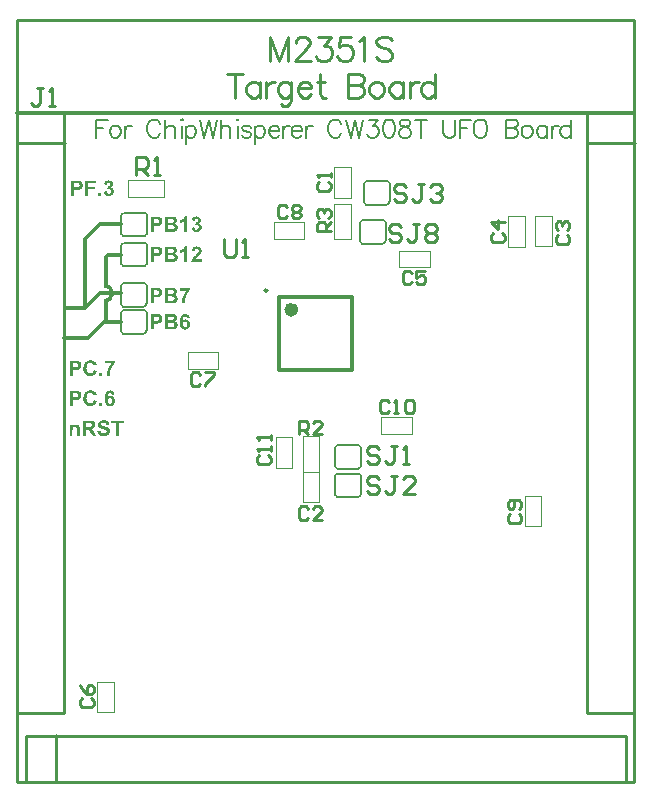
<source format=gto>
G04*
G04 #@! TF.GenerationSoftware,Altium Limited,Altium Designer,19.0.10 (269)*
G04*
G04 Layer_Color=65535*
%FSLAX25Y25*%
%MOIN*%
G70*
G01*
G75*
%ADD10C,0.02362*%
%ADD11C,0.00984*%
%ADD12C,0.01200*%
%ADD13C,0.00787*%
%ADD14C,0.01181*%
%ADD15C,0.01000*%
%ADD16C,0.00394*%
%ADD17C,0.00800*%
%ADD18C,0.01100*%
G36*
X28933Y120702D02*
X28963D01*
X29000Y120698D01*
X29081Y120695D01*
X29173Y120684D01*
X29273Y120669D01*
X29384Y120654D01*
X29499Y120632D01*
X29618Y120602D01*
X29740Y120569D01*
X29862Y120528D01*
X29976Y120476D01*
X30091Y120421D01*
X30195Y120354D01*
X30291Y120280D01*
X30298Y120277D01*
X30313Y120262D01*
X30335Y120236D01*
X30369Y120203D01*
X30406Y120162D01*
X30446Y120110D01*
X30491Y120051D01*
X30539Y119981D01*
X30587Y119907D01*
X30631Y119822D01*
X30676Y119729D01*
X30713Y119629D01*
X30750Y119522D01*
X30776Y119407D01*
X30794Y119285D01*
X30805Y119156D01*
X29773Y119111D01*
Y119115D01*
X29769Y119130D01*
X29765Y119148D01*
X29758Y119174D01*
X29751Y119207D01*
X29740Y119244D01*
X29728Y119285D01*
X29714Y119330D01*
X29673Y119422D01*
X29625Y119515D01*
X29562Y119603D01*
X29529Y119644D01*
X29488Y119677D01*
X29484Y119681D01*
X29477Y119685D01*
X29466Y119692D01*
X29447Y119703D01*
X29425Y119718D01*
X29395Y119733D01*
X29362Y119748D01*
X29325Y119766D01*
X29281Y119781D01*
X29233Y119796D01*
X29177Y119810D01*
X29118Y119825D01*
X29055Y119836D01*
X28989Y119844D01*
X28911Y119851D01*
X28789D01*
X28759Y119848D01*
X28722Y119844D01*
X28678Y119840D01*
X28630Y119836D01*
X28574Y119829D01*
X28463Y119807D01*
X28345Y119773D01*
X28286Y119751D01*
X28230Y119725D01*
X28178Y119696D01*
X28126Y119662D01*
X28119Y119659D01*
X28100Y119640D01*
X28075Y119614D01*
X28045Y119577D01*
X28015Y119533D01*
X27990Y119481D01*
X27971Y119418D01*
X27967Y119385D01*
X27964Y119348D01*
Y119344D01*
Y119341D01*
X27967Y119318D01*
X27971Y119285D01*
X27982Y119241D01*
X28001Y119193D01*
X28027Y119141D01*
X28063Y119089D01*
X28115Y119037D01*
X28119D01*
X28126Y119030D01*
X28137Y119022D01*
X28160Y119008D01*
X28186Y118993D01*
X28219Y118974D01*
X28260Y118956D01*
X28308Y118934D01*
X28367Y118908D01*
X28433Y118882D01*
X28511Y118852D01*
X28600Y118823D01*
X28700Y118789D01*
X28807Y118760D01*
X28933Y118726D01*
X29066Y118693D01*
X29070D01*
X29074Y118689D01*
X29085D01*
X29100Y118686D01*
X29136Y118675D01*
X29188Y118664D01*
X29251Y118645D01*
X29325Y118626D01*
X29403Y118604D01*
X29488Y118582D01*
X29577Y118552D01*
X29669Y118527D01*
X29854Y118464D01*
X29943Y118430D01*
X30028Y118393D01*
X30110Y118360D01*
X30180Y118323D01*
X30184Y118319D01*
X30195Y118316D01*
X30213Y118305D01*
X30239Y118290D01*
X30269Y118268D01*
X30306Y118245D01*
X30343Y118219D01*
X30387Y118186D01*
X30432Y118153D01*
X30476Y118112D01*
X30524Y118071D01*
X30572Y118023D01*
X30665Y117920D01*
X30705Y117861D01*
X30746Y117801D01*
X30750Y117798D01*
X30753Y117787D01*
X30764Y117768D01*
X30779Y117742D01*
X30794Y117709D01*
X30813Y117672D01*
X30831Y117628D01*
X30850Y117576D01*
X30868Y117520D01*
X30887Y117457D01*
X30905Y117391D01*
X30920Y117320D01*
X30935Y117243D01*
X30946Y117161D01*
X30950Y117076D01*
X30953Y116987D01*
Y116984D01*
Y116969D01*
Y116943D01*
X30950Y116913D01*
X30946Y116873D01*
X30938Y116828D01*
X30931Y116777D01*
X30924Y116721D01*
X30909Y116658D01*
X30894Y116592D01*
X30872Y116525D01*
X30850Y116455D01*
X30820Y116381D01*
X30787Y116307D01*
X30750Y116236D01*
X30705Y116162D01*
X30702Y116159D01*
X30694Y116147D01*
X30679Y116125D01*
X30661Y116099D01*
X30635Y116070D01*
X30605Y116033D01*
X30568Y115992D01*
X30528Y115948D01*
X30480Y115903D01*
X30428Y115855D01*
X30372Y115807D01*
X30309Y115763D01*
X30243Y115715D01*
X30173Y115670D01*
X30095Y115629D01*
X30013Y115593D01*
X30010Y115589D01*
X29995Y115585D01*
X29969Y115574D01*
X29932Y115563D01*
X29891Y115548D01*
X29840Y115533D01*
X29777Y115518D01*
X29710Y115500D01*
X29632Y115481D01*
X29547Y115467D01*
X29455Y115452D01*
X29359Y115437D01*
X29255Y115426D01*
X29144Y115415D01*
X29026Y115411D01*
X28903Y115408D01*
X28837D01*
X28811Y115411D01*
X28778D01*
X28744Y115415D01*
X28663Y115422D01*
X28567Y115430D01*
X28463Y115445D01*
X28352Y115463D01*
X28234Y115489D01*
X28112Y115518D01*
X27986Y115552D01*
X27864Y115596D01*
X27742Y115648D01*
X27623Y115707D01*
X27512Y115778D01*
X27409Y115855D01*
X27401Y115859D01*
X27386Y115877D01*
X27360Y115903D01*
X27327Y115940D01*
X27286Y115985D01*
X27238Y116044D01*
X27190Y116111D01*
X27139Y116188D01*
X27083Y116273D01*
X27031Y116373D01*
X26979Y116481D01*
X26931Y116595D01*
X26883Y116725D01*
X26846Y116862D01*
X26813Y117010D01*
X26791Y117165D01*
X27797Y117261D01*
Y117254D01*
X27801Y117239D01*
X27808Y117213D01*
X27816Y117180D01*
X27827Y117135D01*
X27841Y117087D01*
X27856Y117035D01*
X27875Y116980D01*
X27927Y116858D01*
X27956Y116795D01*
X27990Y116732D01*
X28027Y116673D01*
X28067Y116617D01*
X28115Y116566D01*
X28163Y116517D01*
X28167Y116514D01*
X28178Y116506D01*
X28193Y116495D01*
X28215Y116481D01*
X28241Y116462D01*
X28278Y116444D01*
X28315Y116421D01*
X28363Y116399D01*
X28411Y116377D01*
X28471Y116355D01*
X28530Y116336D01*
X28596Y116318D01*
X28670Y116303D01*
X28748Y116292D01*
X28829Y116284D01*
X28914Y116281D01*
X28963D01*
X28996Y116284D01*
X29037Y116288D01*
X29085Y116292D01*
X29140Y116299D01*
X29196Y116307D01*
X29318Y116332D01*
X29381Y116351D01*
X29444Y116369D01*
X29503Y116395D01*
X29562Y116421D01*
X29618Y116455D01*
X29666Y116492D01*
X29669Y116495D01*
X29677Y116503D01*
X29688Y116514D01*
X29706Y116529D01*
X29725Y116551D01*
X29747Y116573D01*
X29769Y116603D01*
X29795Y116632D01*
X29840Y116706D01*
X29880Y116788D01*
X29899Y116836D01*
X29910Y116880D01*
X29917Y116932D01*
X29921Y116984D01*
Y116987D01*
Y116991D01*
Y117013D01*
X29917Y117047D01*
X29906Y117091D01*
X29895Y117139D01*
X29877Y117191D01*
X29851Y117243D01*
X29814Y117291D01*
X29810Y117298D01*
X29791Y117313D01*
X29765Y117335D01*
X29728Y117368D01*
X29677Y117402D01*
X29610Y117443D01*
X29532Y117480D01*
X29488Y117498D01*
X29440Y117517D01*
X29436D01*
X29432Y117520D01*
X29418Y117524D01*
X29403Y117528D01*
X29377Y117535D01*
X29347Y117546D01*
X29310Y117557D01*
X29270Y117568D01*
X29218Y117583D01*
X29159Y117598D01*
X29092Y117616D01*
X29014Y117639D01*
X28929Y117661D01*
X28833Y117683D01*
X28726Y117709D01*
X28611Y117738D01*
X28607D01*
X28600Y117742D01*
X28589D01*
X28574Y117750D01*
X28556Y117753D01*
X28533Y117761D01*
X28478Y117775D01*
X28408Y117794D01*
X28330Y117820D01*
X28245Y117850D01*
X28156Y117879D01*
X28060Y117916D01*
X27964Y117953D01*
X27864Y117994D01*
X27771Y118038D01*
X27679Y118086D01*
X27594Y118138D01*
X27516Y118190D01*
X27446Y118245D01*
X27442Y118249D01*
X27427Y118264D01*
X27401Y118290D01*
X27372Y118319D01*
X27338Y118360D01*
X27298Y118412D01*
X27253Y118467D01*
X27213Y118534D01*
X27168Y118604D01*
X27124Y118682D01*
X27083Y118767D01*
X27050Y118856D01*
X27020Y118952D01*
X26994Y119056D01*
X26979Y119163D01*
X26976Y119274D01*
Y119278D01*
Y119292D01*
Y119311D01*
X26979Y119341D01*
X26983Y119374D01*
X26987Y119415D01*
X26994Y119463D01*
X27002Y119515D01*
X27016Y119566D01*
X27027Y119625D01*
X27046Y119685D01*
X27068Y119748D01*
X27094Y119814D01*
X27124Y119877D01*
X27157Y119944D01*
X27194Y120007D01*
X27198Y120010D01*
X27205Y120021D01*
X27216Y120040D01*
X27235Y120062D01*
X27257Y120092D01*
X27286Y120125D01*
X27320Y120158D01*
X27357Y120199D01*
X27401Y120240D01*
X27449Y120284D01*
X27501Y120325D01*
X27557Y120369D01*
X27619Y120410D01*
X27686Y120451D01*
X27756Y120491D01*
X27834Y120525D01*
X27838Y120528D01*
X27853Y120532D01*
X27878Y120543D01*
X27908Y120554D01*
X27949Y120565D01*
X27997Y120584D01*
X28052Y120599D01*
X28115Y120617D01*
X28186Y120632D01*
X28263Y120650D01*
X28345Y120665D01*
X28433Y120676D01*
X28530Y120691D01*
X28630Y120698D01*
X28733Y120702D01*
X28841Y120706D01*
X28907D01*
X28933Y120702D01*
D02*
G37*
G36*
X19720Y119289D02*
X19753Y119285D01*
X19790Y119281D01*
X19831Y119278D01*
X19924Y119263D01*
X20023Y119244D01*
X20123Y119215D01*
X20227Y119174D01*
X20231D01*
X20238Y119170D01*
X20253Y119163D01*
X20271Y119152D01*
X20293Y119141D01*
X20319Y119126D01*
X20379Y119093D01*
X20445Y119048D01*
X20512Y118997D01*
X20578Y118941D01*
X20634Y118874D01*
Y118871D01*
X20641Y118867D01*
X20649Y118856D01*
X20656Y118841D01*
X20682Y118804D01*
X20712Y118756D01*
X20745Y118693D01*
X20775Y118626D01*
X20804Y118549D01*
X20830Y118464D01*
Y118460D01*
X20834Y118453D01*
Y118441D01*
X20837Y118423D01*
X20845Y118397D01*
X20849Y118368D01*
X20852Y118334D01*
X20860Y118293D01*
X20863Y118249D01*
X20867Y118201D01*
X20874Y118146D01*
X20878Y118086D01*
X20882Y118023D01*
Y117953D01*
X20886Y117879D01*
Y117801D01*
Y115500D01*
X19905D01*
Y117391D01*
Y117398D01*
Y117417D01*
Y117446D01*
Y117487D01*
X19901Y117535D01*
Y117590D01*
Y117650D01*
X19898Y117713D01*
X19890Y117842D01*
X19883Y117909D01*
X19875Y117972D01*
X19868Y118031D01*
X19861Y118083D01*
X19850Y118131D01*
X19838Y118168D01*
Y118171D01*
X19835Y118175D01*
X19827Y118197D01*
X19813Y118231D01*
X19790Y118268D01*
X19761Y118312D01*
X19727Y118360D01*
X19683Y118401D01*
X19635Y118441D01*
X19627Y118445D01*
X19609Y118456D01*
X19579Y118475D01*
X19539Y118493D01*
X19491Y118508D01*
X19431Y118527D01*
X19365Y118538D01*
X19295Y118541D01*
X19269D01*
X19250Y118538D01*
X19228D01*
X19202Y118534D01*
X19139Y118523D01*
X19069Y118508D01*
X18991Y118482D01*
X18910Y118449D01*
X18832Y118401D01*
X18828D01*
X18825Y118393D01*
X18813Y118386D01*
X18799Y118375D01*
X18765Y118345D01*
X18721Y118301D01*
X18677Y118249D01*
X18629Y118183D01*
X18588Y118108D01*
X18554Y118027D01*
Y118023D01*
X18551Y118016D01*
X18547Y118001D01*
X18543Y117983D01*
X18536Y117957D01*
X18532Y117923D01*
X18525Y117883D01*
X18518Y117835D01*
X18510Y117779D01*
X18503Y117720D01*
X18499Y117650D01*
X18492Y117572D01*
X18488Y117487D01*
X18484Y117391D01*
X18481Y117287D01*
Y117176D01*
Y115500D01*
X17500D01*
Y119211D01*
X18410D01*
Y118664D01*
X18418Y118671D01*
X18432Y118689D01*
X18458Y118723D01*
X18499Y118763D01*
X18547Y118808D01*
X18603Y118863D01*
X18669Y118919D01*
X18747Y118978D01*
X18828Y119037D01*
X18921Y119093D01*
X19024Y119148D01*
X19132Y119193D01*
X19246Y119233D01*
X19368Y119267D01*
X19498Y119285D01*
X19635Y119292D01*
X19690D01*
X19720Y119289D01*
D02*
G37*
G36*
X35530Y119755D02*
X34013D01*
Y115500D01*
X32981D01*
Y119755D01*
X31460D01*
Y120621D01*
X35530D01*
Y119755D01*
D02*
G37*
G36*
X24197Y120617D02*
X24267D01*
X24345Y120613D01*
X24430Y120610D01*
X24523Y120602D01*
X24619Y120595D01*
X24715Y120588D01*
X24915Y120562D01*
X25007Y120547D01*
X25096Y120528D01*
X25181Y120506D01*
X25255Y120480D01*
X25259D01*
X25270Y120473D01*
X25292Y120465D01*
X25318Y120454D01*
X25348Y120440D01*
X25385Y120417D01*
X25425Y120395D01*
X25470Y120369D01*
X25518Y120336D01*
X25566Y120299D01*
X25614Y120258D01*
X25666Y120214D01*
X25714Y120166D01*
X25762Y120110D01*
X25806Y120051D01*
X25851Y119988D01*
X25855Y119984D01*
X25862Y119973D01*
X25873Y119951D01*
X25888Y119925D01*
X25903Y119892D01*
X25921Y119855D01*
X25943Y119807D01*
X25966Y119755D01*
X25984Y119700D01*
X26006Y119637D01*
X26025Y119570D01*
X26043Y119500D01*
X26054Y119426D01*
X26065Y119348D01*
X26073Y119270D01*
X26077Y119185D01*
Y119178D01*
Y119159D01*
X26073Y119130D01*
Y119089D01*
X26065Y119041D01*
X26058Y118982D01*
X26047Y118919D01*
X26036Y118849D01*
X26017Y118774D01*
X25995Y118697D01*
X25966Y118619D01*
X25932Y118538D01*
X25895Y118460D01*
X25847Y118379D01*
X25795Y118305D01*
X25736Y118231D01*
X25732Y118227D01*
X25721Y118216D01*
X25699Y118197D01*
X25673Y118171D01*
X25636Y118142D01*
X25596Y118108D01*
X25544Y118071D01*
X25485Y118031D01*
X25414Y117990D01*
X25340Y117953D01*
X25259Y117912D01*
X25166Y117875D01*
X25067Y117838D01*
X24959Y117809D01*
X24845Y117783D01*
X24722Y117761D01*
X24726Y117757D01*
X24737Y117753D01*
X24756Y117742D01*
X24778Y117727D01*
X24807Y117709D01*
X24841Y117687D01*
X24878Y117661D01*
X24918Y117635D01*
X25007Y117568D01*
X25100Y117494D01*
X25192Y117413D01*
X25277Y117328D01*
X25281Y117324D01*
X25289Y117317D01*
X25300Y117302D01*
X25318Y117283D01*
X25340Y117257D01*
X25366Y117224D01*
X25396Y117183D01*
X25433Y117135D01*
X25473Y117084D01*
X25518Y117024D01*
X25566Y116954D01*
X25618Y116880D01*
X25673Y116795D01*
X25732Y116706D01*
X25799Y116606D01*
X25866Y116499D01*
X26491Y115500D01*
X25251D01*
X24508Y116614D01*
X24504Y116621D01*
X24489Y116640D01*
X24471Y116669D01*
X24445Y116710D01*
X24412Y116758D01*
X24375Y116810D01*
X24334Y116869D01*
X24290Y116932D01*
X24197Y117058D01*
X24153Y117121D01*
X24108Y117183D01*
X24068Y117239D01*
X24027Y117287D01*
X23990Y117332D01*
X23960Y117365D01*
X23953Y117372D01*
X23934Y117391D01*
X23905Y117417D01*
X23868Y117450D01*
X23820Y117487D01*
X23768Y117520D01*
X23712Y117553D01*
X23649Y117579D01*
X23642Y117583D01*
X23631Y117587D01*
X23620Y117590D01*
X23601Y117594D01*
X23579Y117598D01*
X23553Y117605D01*
X23524Y117609D01*
X23490Y117616D01*
X23453Y117620D01*
X23409Y117624D01*
X23361Y117631D01*
X23313Y117635D01*
X23257D01*
X23194Y117639D01*
X22924D01*
Y115500D01*
X21892D01*
Y120621D01*
X24141D01*
X24197Y120617D01*
D02*
G37*
G36*
X31131Y130636D02*
X31172D01*
X31223Y130628D01*
X31279Y130621D01*
X31345Y130613D01*
X31412Y130599D01*
X31490Y130580D01*
X31567Y130558D01*
X31645Y130532D01*
X31727Y130499D01*
X31808Y130462D01*
X31886Y130417D01*
X31963Y130369D01*
X32037Y130310D01*
X32041Y130306D01*
X32056Y130295D01*
X32074Y130277D01*
X32100Y130251D01*
X32130Y130218D01*
X32163Y130173D01*
X32204Y130125D01*
X32245Y130069D01*
X32285Y130007D01*
X32326Y129936D01*
X32367Y129859D01*
X32407Y129773D01*
X32444Y129685D01*
X32478Y129585D01*
X32507Y129478D01*
X32529Y129367D01*
X31578Y129263D01*
Y129267D01*
Y129274D01*
X31575Y129289D01*
X31571Y129311D01*
X31564Y129333D01*
X31560Y129363D01*
X31541Y129426D01*
X31516Y129496D01*
X31486Y129566D01*
X31445Y129633D01*
X31394Y129692D01*
X31386Y129700D01*
X31368Y129714D01*
X31334Y129736D01*
X31294Y129762D01*
X31238Y129788D01*
X31172Y129811D01*
X31097Y129825D01*
X31012Y129833D01*
X30983D01*
X30961Y129829D01*
X30935Y129825D01*
X30901Y129818D01*
X30868Y129811D01*
X30831Y129799D01*
X30790Y129785D01*
X30746Y129762D01*
X30705Y129740D01*
X30661Y129714D01*
X30617Y129681D01*
X30572Y129644D01*
X30528Y129600D01*
X30487Y129551D01*
X30483Y129548D01*
X30480Y129537D01*
X30468Y129522D01*
X30454Y129496D01*
X30435Y129459D01*
X30417Y129418D01*
X30395Y129367D01*
X30372Y129304D01*
X30350Y129230D01*
X30328Y129145D01*
X30306Y129052D01*
X30283Y128945D01*
X30261Y128826D01*
X30243Y128693D01*
X30228Y128549D01*
X30217Y128390D01*
X30221Y128393D01*
X30235Y128408D01*
X30254Y128430D01*
X30283Y128456D01*
X30317Y128490D01*
X30361Y128527D01*
X30413Y128567D01*
X30468Y128608D01*
X30531Y128649D01*
X30602Y128689D01*
X30676Y128726D01*
X30757Y128760D01*
X30842Y128786D01*
X30931Y128808D01*
X31027Y128823D01*
X31127Y128826D01*
X31153D01*
X31186Y128823D01*
X31231Y128819D01*
X31282Y128812D01*
X31345Y128800D01*
X31416Y128786D01*
X31490Y128767D01*
X31571Y128741D01*
X31656Y128712D01*
X31745Y128675D01*
X31834Y128627D01*
X31923Y128575D01*
X32011Y128512D01*
X32096Y128438D01*
X32182Y128356D01*
X32185Y128353D01*
X32200Y128334D01*
X32222Y128308D01*
X32252Y128271D01*
X32285Y128223D01*
X32322Y128168D01*
X32359Y128105D01*
X32404Y128031D01*
X32444Y127946D01*
X32481Y127853D01*
X32518Y127753D01*
X32552Y127650D01*
X32581Y127531D01*
X32603Y127413D01*
X32618Y127283D01*
X32622Y127146D01*
Y127143D01*
Y127139D01*
Y127128D01*
Y127113D01*
Y127095D01*
X32618Y127073D01*
X32614Y127017D01*
X32607Y126950D01*
X32596Y126873D01*
X32585Y126788D01*
X32563Y126695D01*
X32541Y126595D01*
X32511Y126492D01*
X32470Y126388D01*
X32426Y126281D01*
X32374Y126177D01*
X32311Y126074D01*
X32241Y125977D01*
X32159Y125885D01*
X32156Y125881D01*
X32137Y125866D01*
X32111Y125840D01*
X32074Y125811D01*
X32030Y125774D01*
X31974Y125737D01*
X31912Y125692D01*
X31837Y125648D01*
X31756Y125604D01*
X31667Y125563D01*
X31571Y125522D01*
X31464Y125485D01*
X31353Y125456D01*
X31234Y125433D01*
X31109Y125415D01*
X30975Y125411D01*
X30942D01*
X30924Y125415D01*
X30901D01*
X30846Y125422D01*
X30779Y125430D01*
X30702Y125444D01*
X30617Y125463D01*
X30524Y125485D01*
X30424Y125519D01*
X30324Y125559D01*
X30217Y125607D01*
X30110Y125663D01*
X30002Y125733D01*
X29899Y125814D01*
X29795Y125907D01*
X29699Y126011D01*
X29695Y126018D01*
X29677Y126040D01*
X29666Y126055D01*
X29654Y126077D01*
X29640Y126099D01*
X29621Y126125D01*
X29603Y126159D01*
X29584Y126192D01*
X29562Y126233D01*
X29544Y126273D01*
X29521Y126321D01*
X29499Y126370D01*
X29473Y126425D01*
X29451Y126484D01*
X29429Y126547D01*
X29407Y126614D01*
X29381Y126684D01*
X29359Y126758D01*
X29340Y126836D01*
X29318Y126921D01*
X29299Y127006D01*
X29281Y127098D01*
X29262Y127195D01*
X29247Y127295D01*
X29236Y127398D01*
X29225Y127509D01*
X29214Y127620D01*
X29210Y127738D01*
X29203Y127861D01*
Y127986D01*
Y127990D01*
Y128001D01*
Y128023D01*
Y128049D01*
X29207Y128083D01*
Y128120D01*
Y128164D01*
X29210Y128216D01*
X29214Y128271D01*
X29218Y128331D01*
X29225Y128397D01*
X29229Y128464D01*
X29247Y128612D01*
X29270Y128767D01*
X29296Y128930D01*
X29329Y129100D01*
X29373Y129267D01*
X29421Y129437D01*
X29481Y129596D01*
X29551Y129748D01*
X29588Y129822D01*
X29629Y129888D01*
X29673Y129955D01*
X29721Y130014D01*
X29728Y130021D01*
X29747Y130040D01*
X29777Y130073D01*
X29817Y130110D01*
X29869Y130158D01*
X29932Y130214D01*
X30002Y130269D01*
X30087Y130329D01*
X30180Y130384D01*
X30280Y130443D01*
X30391Y130495D01*
X30513Y130543D01*
X30642Y130580D01*
X30779Y130613D01*
X30924Y130632D01*
X31075Y130639D01*
X31101D01*
X31131Y130636D01*
D02*
G37*
G36*
X24545Y130702D02*
X24571D01*
X24604Y130699D01*
X24637D01*
X24719Y130687D01*
X24807Y130676D01*
X24911Y130658D01*
X25022Y130636D01*
X25141Y130606D01*
X25266Y130569D01*
X25392Y130525D01*
X25522Y130469D01*
X25647Y130406D01*
X25773Y130332D01*
X25892Y130247D01*
X26006Y130147D01*
X26010Y130143D01*
X26021Y130132D01*
X26040Y130114D01*
X26062Y130088D01*
X26091Y130055D01*
X26125Y130010D01*
X26162Y129962D01*
X26202Y129907D01*
X26243Y129844D01*
X26287Y129773D01*
X26332Y129696D01*
X26376Y129614D01*
X26417Y129522D01*
X26458Y129426D01*
X26498Y129318D01*
X26532Y129207D01*
X25507Y128963D01*
Y128967D01*
X25503Y128982D01*
X25496Y129000D01*
X25488Y129030D01*
X25477Y129063D01*
X25462Y129100D01*
X25444Y129145D01*
X25425Y129189D01*
X25374Y129289D01*
X25340Y129341D01*
X25307Y129392D01*
X25270Y129444D01*
X25226Y129496D01*
X25177Y129544D01*
X25126Y129588D01*
X25122Y129592D01*
X25115Y129600D01*
X25096Y129611D01*
X25074Y129625D01*
X25048Y129644D01*
X25015Y129663D01*
X24974Y129685D01*
X24933Y129707D01*
X24882Y129725D01*
X24830Y129748D01*
X24770Y129766D01*
X24711Y129785D01*
X24645Y129799D01*
X24574Y129811D01*
X24504Y129818D01*
X24426Y129822D01*
X24400D01*
X24371Y129818D01*
X24334Y129814D01*
X24286Y129811D01*
X24230Y129799D01*
X24167Y129788D01*
X24101Y129770D01*
X24027Y129748D01*
X23953Y129722D01*
X23875Y129688D01*
X23797Y129648D01*
X23723Y129600D01*
X23646Y129548D01*
X23575Y129485D01*
X23505Y129411D01*
X23501Y129407D01*
X23490Y129392D01*
X23472Y129367D01*
X23450Y129333D01*
X23424Y129289D01*
X23394Y129233D01*
X23361Y129170D01*
X23331Y129093D01*
X23298Y129008D01*
X23265Y128908D01*
X23235Y128800D01*
X23209Y128682D01*
X23187Y128549D01*
X23168Y128408D01*
X23157Y128253D01*
X23154Y128086D01*
Y128083D01*
Y128075D01*
Y128060D01*
Y128046D01*
Y128020D01*
X23157Y127994D01*
Y127964D01*
X23161Y127927D01*
X23165Y127849D01*
X23172Y127757D01*
X23183Y127657D01*
X23198Y127550D01*
X23216Y127439D01*
X23239Y127324D01*
X23268Y127209D01*
X23302Y127095D01*
X23339Y126987D01*
X23387Y126884D01*
X23438Y126791D01*
X23501Y126706D01*
X23505Y126702D01*
X23516Y126688D01*
X23538Y126669D01*
X23564Y126643D01*
X23598Y126610D01*
X23642Y126577D01*
X23690Y126540D01*
X23746Y126503D01*
X23809Y126462D01*
X23875Y126425D01*
X23949Y126392D01*
X24031Y126358D01*
X24116Y126332D01*
X24208Y126314D01*
X24304Y126299D01*
X24408Y126295D01*
X24449D01*
X24478Y126299D01*
X24511Y126303D01*
X24552Y126310D01*
X24600Y126318D01*
X24652Y126329D01*
X24704Y126340D01*
X24759Y126358D01*
X24819Y126381D01*
X24878Y126407D01*
X24941Y126436D01*
X25000Y126469D01*
X25059Y126510D01*
X25115Y126555D01*
X25118Y126558D01*
X25129Y126566D01*
X25144Y126584D01*
X25163Y126606D01*
X25189Y126632D01*
X25218Y126669D01*
X25248Y126710D01*
X25281Y126758D01*
X25314Y126810D01*
X25351Y126873D01*
X25388Y126939D01*
X25422Y127013D01*
X25455Y127098D01*
X25488Y127183D01*
X25518Y127280D01*
X25544Y127383D01*
X26546Y127065D01*
Y127061D01*
X26543Y127054D01*
X26539Y127043D01*
X26535Y127028D01*
X26528Y127010D01*
X26521Y126984D01*
X26502Y126928D01*
X26476Y126858D01*
X26443Y126777D01*
X26406Y126688D01*
X26362Y126595D01*
X26313Y126495D01*
X26258Y126392D01*
X26195Y126288D01*
X26125Y126184D01*
X26047Y126085D01*
X25966Y125988D01*
X25873Y125900D01*
X25777Y125818D01*
X25769Y125814D01*
X25751Y125800D01*
X25721Y125781D01*
X25681Y125755D01*
X25629Y125726D01*
X25566Y125689D01*
X25492Y125652D01*
X25407Y125615D01*
X25314Y125578D01*
X25211Y125541D01*
X25100Y125507D01*
X24978Y125474D01*
X24852Y125448D01*
X24715Y125430D01*
X24571Y125415D01*
X24419Y125411D01*
X24375D01*
X24349Y125415D01*
X24319D01*
X24286Y125419D01*
X24249Y125422D01*
X24208Y125426D01*
X24164Y125433D01*
X24060Y125448D01*
X23949Y125470D01*
X23827Y125500D01*
X23697Y125533D01*
X23561Y125581D01*
X23424Y125637D01*
X23279Y125704D01*
X23143Y125785D01*
X23002Y125877D01*
X22935Y125929D01*
X22869Y125985D01*
X22806Y126044D01*
X22743Y126107D01*
Y126110D01*
X22736Y126114D01*
X22728Y126125D01*
X22713Y126140D01*
X22698Y126159D01*
X22684Y126181D01*
X22661Y126207D01*
X22639Y126236D01*
X22617Y126270D01*
X22591Y126307D01*
X22565Y126347D01*
X22536Y126392D01*
X22477Y126492D01*
X22417Y126606D01*
X22354Y126736D01*
X22295Y126876D01*
X22240Y127035D01*
X22192Y127206D01*
X22147Y127387D01*
X22118Y127583D01*
X22095Y127790D01*
X22092Y127901D01*
X22088Y128012D01*
Y128016D01*
Y128027D01*
Y128046D01*
Y128068D01*
X22092Y128097D01*
Y128134D01*
X22095Y128175D01*
X22099Y128223D01*
X22103Y128275D01*
X22106Y128331D01*
X22114Y128390D01*
X22121Y128453D01*
X22143Y128589D01*
X22169Y128737D01*
X22206Y128897D01*
X22247Y129059D01*
X22303Y129222D01*
X22366Y129389D01*
X22443Y129551D01*
X22528Y129707D01*
X22632Y129859D01*
X22687Y129929D01*
X22747Y129996D01*
X22750Y129999D01*
X22754Y130003D01*
X22765Y130014D01*
X22776Y130025D01*
X22813Y130062D01*
X22865Y130106D01*
X22932Y130162D01*
X23013Y130221D01*
X23106Y130284D01*
X23209Y130351D01*
X23327Y130417D01*
X23461Y130480D01*
X23601Y130543D01*
X23757Y130595D01*
X23923Y130639D01*
X24097Y130676D01*
X24286Y130699D01*
X24382Y130702D01*
X24482Y130706D01*
X24523D01*
X24545Y130702D01*
D02*
G37*
G36*
X28408Y125500D02*
X27427D01*
Y126480D01*
X28408D01*
Y125500D01*
D02*
G37*
G36*
X19383Y130617D02*
X19468D01*
X19561Y130613D01*
X19661Y130610D01*
X19868Y130602D01*
X19972Y130595D01*
X20072Y130587D01*
X20164Y130580D01*
X20249Y130569D01*
X20323Y130558D01*
X20353Y130551D01*
X20382Y130543D01*
X20386D01*
X20401Y130536D01*
X20427Y130528D01*
X20456Y130521D01*
X20493Y130506D01*
X20538Y130488D01*
X20586Y130465D01*
X20641Y130436D01*
X20697Y130406D01*
X20756Y130369D01*
X20815Y130329D01*
X20878Y130284D01*
X20941Y130232D01*
X21004Y130173D01*
X21063Y130110D01*
X21119Y130040D01*
X21122Y130036D01*
X21133Y130021D01*
X21148Y129999D01*
X21167Y129970D01*
X21189Y129933D01*
X21215Y129885D01*
X21241Y129833D01*
X21270Y129770D01*
X21296Y129703D01*
X21322Y129629D01*
X21348Y129548D01*
X21370Y129459D01*
X21392Y129363D01*
X21407Y129263D01*
X21415Y129156D01*
X21418Y129045D01*
Y129041D01*
Y129022D01*
Y129000D01*
X21415Y128967D01*
Y128926D01*
X21411Y128878D01*
X21404Y128826D01*
X21396Y128767D01*
X21389Y128708D01*
X21378Y128641D01*
X21344Y128508D01*
X21304Y128375D01*
X21274Y128312D01*
X21244Y128249D01*
X21241Y128245D01*
X21237Y128234D01*
X21226Y128219D01*
X21215Y128197D01*
X21196Y128171D01*
X21178Y128138D01*
X21126Y128068D01*
X21063Y127986D01*
X20989Y127901D01*
X20904Y127820D01*
X20811Y127746D01*
X20808Y127742D01*
X20800Y127738D01*
X20786Y127727D01*
X20767Y127716D01*
X20741Y127701D01*
X20715Y127683D01*
X20682Y127664D01*
X20645Y127646D01*
X20564Y127605D01*
X20475Y127565D01*
X20379Y127528D01*
X20275Y127502D01*
X20271D01*
X20256Y127498D01*
X20238Y127494D01*
X20205Y127491D01*
X20168Y127487D01*
X20120Y127480D01*
X20068Y127472D01*
X20001Y127468D01*
X19931Y127461D01*
X19853Y127454D01*
X19764Y127446D01*
X19668Y127443D01*
X19565Y127439D01*
X19454Y127435D01*
X19331Y127431D01*
X18532D01*
Y125500D01*
X17500D01*
Y130621D01*
X19306D01*
X19383Y130617D01*
D02*
G37*
G36*
X59885Y188636D02*
X59933Y188632D01*
X59996Y188625D01*
X60066Y188613D01*
X60144Y188602D01*
X60229Y188580D01*
X60321Y188558D01*
X60414Y188528D01*
X60510Y188488D01*
X60606Y188443D01*
X60702Y188391D01*
X60799Y188329D01*
X60887Y188258D01*
X60972Y188177D01*
X60976Y188173D01*
X60987Y188158D01*
X61006Y188140D01*
X61028Y188110D01*
X61058Y188073D01*
X61087Y188032D01*
X61120Y187984D01*
X61154Y187929D01*
X61187Y187870D01*
X61220Y187803D01*
X61250Y187733D01*
X61279Y187659D01*
X61302Y187581D01*
X61320Y187500D01*
X61331Y187415D01*
X61335Y187326D01*
Y187318D01*
Y187296D01*
X61331Y187263D01*
X61324Y187215D01*
X61313Y187156D01*
X61294Y187093D01*
X61272Y187019D01*
X61243Y186937D01*
X61202Y186856D01*
X61154Y186767D01*
X61094Y186678D01*
X61024Y186586D01*
X60939Y186497D01*
X60891Y186453D01*
X60839Y186412D01*
X60784Y186367D01*
X60725Y186327D01*
X60662Y186286D01*
X60595Y186249D01*
X60599D01*
X60614Y186245D01*
X60636Y186238D01*
X60669Y186231D01*
X60706Y186220D01*
X60747Y186201D01*
X60795Y186182D01*
X60847Y186160D01*
X60902Y186134D01*
X60961Y186105D01*
X61020Y186072D01*
X61076Y186031D01*
X61135Y185990D01*
X61191Y185938D01*
X61246Y185887D01*
X61298Y185827D01*
X61302Y185824D01*
X61309Y185812D01*
X61324Y185794D01*
X61339Y185768D01*
X61357Y185739D01*
X61379Y185698D01*
X61405Y185653D01*
X61431Y185605D01*
X61453Y185550D01*
X61479Y185491D01*
X61501Y185424D01*
X61520Y185354D01*
X61535Y185280D01*
X61550Y185202D01*
X61557Y185121D01*
X61561Y185036D01*
Y185028D01*
Y185006D01*
X61557Y184969D01*
X61553Y184921D01*
X61546Y184865D01*
X61535Y184795D01*
X61520Y184721D01*
X61498Y184640D01*
X61472Y184551D01*
X61439Y184458D01*
X61398Y184362D01*
X61353Y184266D01*
X61294Y184166D01*
X61228Y184070D01*
X61154Y183977D01*
X61065Y183885D01*
X61058Y183881D01*
X61043Y183866D01*
X61013Y183840D01*
X60976Y183811D01*
X60928Y183774D01*
X60873Y183737D01*
X60802Y183692D01*
X60728Y183648D01*
X60643Y183604D01*
X60551Y183563D01*
X60451Y183522D01*
X60340Y183485D01*
X60225Y183456D01*
X60103Y183433D01*
X59973Y183415D01*
X59840Y183411D01*
X59811D01*
X59774Y183415D01*
X59725Y183419D01*
X59666Y183422D01*
X59596Y183433D01*
X59522Y183444D01*
X59437Y183463D01*
X59348Y183482D01*
X59256Y183507D01*
X59159Y183541D01*
X59063Y183581D01*
X58967Y183626D01*
X58871Y183678D01*
X58778Y183740D01*
X58689Y183811D01*
X58686Y183815D01*
X58671Y183829D01*
X58645Y183852D01*
X58615Y183885D01*
X58582Y183922D01*
X58542Y183970D01*
X58497Y184029D01*
X58453Y184092D01*
X58405Y184162D01*
X58360Y184240D01*
X58316Y184329D01*
X58271Y184421D01*
X58234Y184518D01*
X58205Y184625D01*
X58179Y184736D01*
X58160Y184854D01*
X59111Y184973D01*
Y184969D01*
X59115Y184958D01*
Y184939D01*
X59122Y184913D01*
X59126Y184880D01*
X59137Y184847D01*
X59145Y184806D01*
X59159Y184765D01*
X59189Y184677D01*
X59233Y184584D01*
X59285Y184492D01*
X59319Y184451D01*
X59352Y184414D01*
X59355Y184410D01*
X59363Y184406D01*
X59374Y184395D01*
X59389Y184384D01*
X59407Y184370D01*
X59430Y184355D01*
X59489Y184321D01*
X59559Y184284D01*
X59640Y184255D01*
X59733Y184233D01*
X59781Y184229D01*
X59833Y184225D01*
X59862D01*
X59885Y184229D01*
X59911Y184233D01*
X59940Y184236D01*
X60010Y184255D01*
X60092Y184281D01*
X60132Y184299D01*
X60177Y184321D01*
X60221Y184347D01*
X60262Y184381D01*
X60303Y184414D01*
X60343Y184455D01*
X60347Y184458D01*
X60351Y184466D01*
X60362Y184477D01*
X60377Y184495D01*
X60391Y184521D01*
X60410Y184547D01*
X60429Y184580D01*
X60451Y184617D01*
X60469Y184662D01*
X60488Y184706D01*
X60506Y184758D01*
X60521Y184813D01*
X60536Y184873D01*
X60547Y184936D01*
X60551Y185006D01*
X60554Y185076D01*
Y185080D01*
Y185091D01*
Y185113D01*
X60551Y185139D01*
X60547Y185169D01*
X60543Y185206D01*
X60540Y185246D01*
X60528Y185287D01*
X60506Y185383D01*
X60469Y185479D01*
X60447Y185528D01*
X60421Y185576D01*
X60391Y185624D01*
X60355Y185664D01*
X60351Y185668D01*
X60347Y185676D01*
X60336Y185683D01*
X60317Y185698D01*
X60299Y185716D01*
X60277Y185735D01*
X60218Y185775D01*
X60147Y185812D01*
X60066Y185849D01*
X60022Y185864D01*
X59973Y185872D01*
X59922Y185879D01*
X59870Y185883D01*
X59837D01*
X59818Y185879D01*
X59796D01*
X59744Y185875D01*
X59677Y185864D01*
X59600Y185853D01*
X59515Y185835D01*
X59422Y185809D01*
X59529Y186608D01*
X59596D01*
X59629Y186612D01*
X59666Y186615D01*
X59711Y186619D01*
X59755Y186627D01*
X59855Y186645D01*
X59955Y186675D01*
X60007Y186697D01*
X60055Y186719D01*
X60099Y186745D01*
X60140Y186778D01*
X60144Y186782D01*
X60147Y186786D01*
X60158Y186797D01*
X60173Y186811D01*
X60188Y186830D01*
X60207Y186852D01*
X60225Y186878D01*
X60247Y186908D01*
X60284Y186978D01*
X60317Y187063D01*
X60332Y187108D01*
X60343Y187159D01*
X60347Y187211D01*
X60351Y187267D01*
Y187270D01*
Y187278D01*
Y187293D01*
X60347Y187311D01*
Y187333D01*
X60343Y187355D01*
X60332Y187415D01*
X60314Y187481D01*
X60284Y187548D01*
X60247Y187614D01*
X60195Y187677D01*
X60188Y187685D01*
X60166Y187703D01*
X60132Y187725D01*
X60084Y187755D01*
X60025Y187785D01*
X59955Y187807D01*
X59877Y187825D01*
X59785Y187833D01*
X59759D01*
X59744Y187829D01*
X59722D01*
X59696Y187825D01*
X59637Y187811D01*
X59570Y187788D01*
X59496Y187759D01*
X59422Y187714D01*
X59385Y187685D01*
X59352Y187655D01*
X59348Y187651D01*
X59344Y187648D01*
X59337Y187637D01*
X59322Y187622D01*
X59311Y187603D01*
X59293Y187581D01*
X59278Y187555D01*
X59259Y187526D01*
X59241Y187492D01*
X59222Y187455D01*
X59204Y187415D01*
X59185Y187366D01*
X59171Y187318D01*
X59156Y187267D01*
X59145Y187207D01*
X59137Y187148D01*
X58234Y187300D01*
Y187304D01*
X58238Y187322D01*
X58245Y187344D01*
X58253Y187378D01*
X58260Y187418D01*
X58275Y187463D01*
X58286Y187514D01*
X58305Y187566D01*
X58345Y187685D01*
X58394Y187811D01*
X58449Y187933D01*
X58482Y187988D01*
X58516Y188044D01*
X58519Y188047D01*
X58523Y188055D01*
X58534Y188069D01*
X58553Y188088D01*
X58571Y188114D01*
X58593Y188140D01*
X58623Y188169D01*
X58656Y188203D01*
X58689Y188236D01*
X58730Y188273D01*
X58775Y188310D01*
X58823Y188343D01*
X58874Y188380D01*
X58926Y188417D01*
X59048Y188480D01*
X59052Y188484D01*
X59063Y188488D01*
X59082Y188495D01*
X59108Y188506D01*
X59141Y188517D01*
X59178Y188532D01*
X59222Y188547D01*
X59270Y188562D01*
X59326Y188576D01*
X59385Y188587D01*
X59448Y188602D01*
X59515Y188613D01*
X59659Y188632D01*
X59737Y188639D01*
X59848D01*
X59885Y188636D01*
D02*
G37*
G36*
X56729Y183500D02*
X55748D01*
Y187196D01*
X55741Y187189D01*
X55722Y187174D01*
X55692Y187148D01*
X55652Y187115D01*
X55600Y187074D01*
X55537Y187026D01*
X55467Y186971D01*
X55385Y186915D01*
X55297Y186856D01*
X55200Y186793D01*
X55097Y186730D01*
X54986Y186671D01*
X54867Y186612D01*
X54742Y186553D01*
X54612Y186501D01*
X54479Y186453D01*
Y187344D01*
X54483D01*
X54497Y187352D01*
X54516Y187359D01*
X54545Y187370D01*
X54583Y187385D01*
X54623Y187400D01*
X54671Y187422D01*
X54727Y187448D01*
X54786Y187481D01*
X54849Y187514D01*
X54919Y187551D01*
X54989Y187596D01*
X55067Y187644D01*
X55145Y187696D01*
X55226Y187755D01*
X55311Y187818D01*
X55315Y187822D01*
X55330Y187833D01*
X55356Y187855D01*
X55385Y187881D01*
X55422Y187914D01*
X55463Y187955D01*
X55507Y187999D01*
X55559Y188051D01*
X55607Y188110D01*
X55659Y188173D01*
X55711Y188240D01*
X55763Y188314D01*
X55811Y188388D01*
X55855Y188469D01*
X55896Y188554D01*
X55929Y188639D01*
X56729D01*
Y183500D01*
D02*
G37*
G36*
X51526Y188617D02*
X51589D01*
X51660Y188613D01*
X51807Y188610D01*
X51955Y188599D01*
X52030Y188595D01*
X52100Y188587D01*
X52163Y188576D01*
X52222Y188569D01*
X52226D01*
X52237Y188565D01*
X52251Y188562D01*
X52274Y188558D01*
X52300Y188550D01*
X52329Y188543D01*
X52363Y188536D01*
X52403Y188525D01*
X52485Y188495D01*
X52573Y188458D01*
X52666Y188410D01*
X52758Y188354D01*
X52762D01*
X52770Y188347D01*
X52781Y188340D01*
X52799Y188325D01*
X52840Y188292D01*
X52895Y188243D01*
X52958Y188180D01*
X53025Y188107D01*
X53088Y188025D01*
X53151Y187929D01*
X53154Y187925D01*
X53158Y187918D01*
X53165Y187903D01*
X53176Y187881D01*
X53188Y187859D01*
X53202Y187829D01*
X53217Y187792D01*
X53232Y187755D01*
X53247Y187711D01*
X53258Y187666D01*
X53284Y187563D01*
X53302Y187452D01*
X53310Y187392D01*
Y187329D01*
Y187326D01*
Y187315D01*
Y187296D01*
X53306Y187270D01*
X53302Y187237D01*
X53299Y187200D01*
X53295Y187159D01*
X53284Y187111D01*
X53262Y187011D01*
X53228Y186900D01*
X53206Y186845D01*
X53180Y186786D01*
X53147Y186726D01*
X53114Y186671D01*
X53110Y186667D01*
X53106Y186656D01*
X53095Y186641D01*
X53080Y186623D01*
X53058Y186597D01*
X53036Y186567D01*
X53006Y186538D01*
X52977Y186501D01*
X52940Y186467D01*
X52903Y186430D01*
X52814Y186353D01*
X52710Y186282D01*
X52592Y186220D01*
X52596D01*
X52614Y186212D01*
X52636Y186205D01*
X52670Y186194D01*
X52707Y186179D01*
X52751Y186160D01*
X52803Y186138D01*
X52858Y186112D01*
X52914Y186083D01*
X52973Y186049D01*
X53032Y186009D01*
X53091Y185968D01*
X53151Y185924D01*
X53206Y185872D01*
X53262Y185816D01*
X53310Y185757D01*
X53313Y185753D01*
X53321Y185742D01*
X53332Y185724D01*
X53350Y185698D01*
X53369Y185668D01*
X53391Y185631D01*
X53413Y185587D01*
X53435Y185539D01*
X53458Y185483D01*
X53484Y185424D01*
X53502Y185361D01*
X53521Y185291D01*
X53539Y185221D01*
X53550Y185143D01*
X53558Y185065D01*
X53561Y184984D01*
Y184980D01*
Y184969D01*
Y184950D01*
X53558Y184924D01*
Y184891D01*
X53554Y184858D01*
X53547Y184813D01*
X53543Y184769D01*
X53532Y184717D01*
X53521Y184666D01*
X53491Y184551D01*
X53454Y184429D01*
X53428Y184366D01*
X53399Y184303D01*
Y184299D01*
X53391Y184288D01*
X53380Y184270D01*
X53369Y184247D01*
X53354Y184221D01*
X53332Y184188D01*
X53284Y184114D01*
X53217Y184029D01*
X53143Y183940D01*
X53054Y183855D01*
X52955Y183774D01*
X52951Y183770D01*
X52943Y183766D01*
X52925Y183755D01*
X52903Y183744D01*
X52877Y183726D01*
X52843Y183711D01*
X52807Y183689D01*
X52762Y183670D01*
X52714Y183648D01*
X52662Y183630D01*
X52603Y183607D01*
X52544Y183589D01*
X52477Y183570D01*
X52407Y183555D01*
X52259Y183533D01*
X52248D01*
X52229Y183530D01*
X52203D01*
X52170Y183526D01*
X52126Y183522D01*
X52074D01*
X52007Y183519D01*
X51930Y183515D01*
X51841Y183511D01*
X51741D01*
X51626Y183507D01*
X51563D01*
X51497Y183504D01*
X51349D01*
X51271Y183500D01*
X49273D01*
Y188621D01*
X51471D01*
X51526Y188617D01*
D02*
G37*
G36*
X46383D02*
X46468D01*
X46561Y188613D01*
X46661Y188610D01*
X46868Y188602D01*
X46972Y188595D01*
X47071Y188587D01*
X47164Y188580D01*
X47249Y188569D01*
X47323Y188558D01*
X47353Y188550D01*
X47382Y188543D01*
X47386D01*
X47401Y188536D01*
X47427Y188528D01*
X47456Y188521D01*
X47493Y188506D01*
X47538Y188488D01*
X47586Y188465D01*
X47641Y188436D01*
X47697Y188406D01*
X47756Y188369D01*
X47815Y188329D01*
X47878Y188284D01*
X47941Y188232D01*
X48004Y188173D01*
X48063Y188110D01*
X48119Y188040D01*
X48122Y188036D01*
X48133Y188021D01*
X48148Y187999D01*
X48167Y187970D01*
X48189Y187933D01*
X48215Y187884D01*
X48241Y187833D01*
X48270Y187770D01*
X48296Y187703D01*
X48322Y187629D01*
X48348Y187548D01*
X48370Y187459D01*
X48392Y187363D01*
X48407Y187263D01*
X48415Y187156D01*
X48418Y187045D01*
Y187041D01*
Y187022D01*
Y187000D01*
X48415Y186967D01*
Y186926D01*
X48411Y186878D01*
X48403Y186826D01*
X48396Y186767D01*
X48389Y186708D01*
X48378Y186641D01*
X48344Y186508D01*
X48304Y186375D01*
X48274Y186312D01*
X48244Y186249D01*
X48241Y186245D01*
X48237Y186234D01*
X48226Y186220D01*
X48215Y186197D01*
X48196Y186171D01*
X48178Y186138D01*
X48126Y186068D01*
X48063Y185986D01*
X47989Y185901D01*
X47904Y185820D01*
X47811Y185746D01*
X47808Y185742D01*
X47800Y185739D01*
X47786Y185727D01*
X47767Y185716D01*
X47741Y185702D01*
X47715Y185683D01*
X47682Y185664D01*
X47645Y185646D01*
X47564Y185605D01*
X47475Y185565D01*
X47379Y185528D01*
X47275Y185502D01*
X47271D01*
X47256Y185498D01*
X47238Y185494D01*
X47205Y185491D01*
X47168Y185487D01*
X47120Y185479D01*
X47068Y185472D01*
X47001Y185468D01*
X46931Y185461D01*
X46853Y185454D01*
X46764Y185446D01*
X46668Y185442D01*
X46565Y185439D01*
X46454Y185435D01*
X46332Y185431D01*
X45532D01*
Y183500D01*
X44500D01*
Y188621D01*
X46306D01*
X46383Y188617D01*
D02*
G37*
G36*
X59955Y178636D02*
X60007Y178632D01*
X60070Y178628D01*
X60144Y178617D01*
X60225Y178606D01*
X60314Y178587D01*
X60406Y178565D01*
X60506Y178539D01*
X60606Y178506D01*
X60702Y178465D01*
X60802Y178417D01*
X60898Y178366D01*
X60987Y178303D01*
X61072Y178229D01*
X61076Y178225D01*
X61091Y178210D01*
X61113Y178188D01*
X61139Y178155D01*
X61172Y178114D01*
X61209Y178069D01*
X61250Y178010D01*
X61291Y177947D01*
X61331Y177877D01*
X61372Y177803D01*
X61409Y177718D01*
X61442Y177629D01*
X61468Y177533D01*
X61490Y177429D01*
X61505Y177322D01*
X61509Y177211D01*
Y177207D01*
Y177196D01*
Y177178D01*
Y177152D01*
X61505Y177122D01*
X61501Y177085D01*
X61498Y177045D01*
X61494Y177000D01*
X61479Y176900D01*
X61457Y176789D01*
X61424Y176671D01*
X61383Y176552D01*
Y176549D01*
X61376Y176538D01*
X61368Y176523D01*
X61361Y176497D01*
X61346Y176471D01*
X61328Y176438D01*
X61309Y176397D01*
X61287Y176356D01*
X61261Y176308D01*
X61231Y176257D01*
X61165Y176146D01*
X61083Y176027D01*
X60991Y175901D01*
X60987Y175898D01*
X60984Y175890D01*
X60972Y175879D01*
X60958Y175861D01*
X60935Y175835D01*
X60909Y175805D01*
X60880Y175772D01*
X60843Y175735D01*
X60802Y175690D01*
X60754Y175642D01*
X60702Y175587D01*
X60643Y175528D01*
X60580Y175465D01*
X60510Y175398D01*
X60432Y175324D01*
X60347Y175246D01*
X60343Y175243D01*
X60329Y175228D01*
X60303Y175206D01*
X60273Y175176D01*
X60236Y175143D01*
X60192Y175106D01*
X60147Y175061D01*
X60099Y175017D01*
X59999Y174921D01*
X59899Y174828D01*
X59855Y174784D01*
X59818Y174747D01*
X59781Y174710D01*
X59755Y174680D01*
X59751Y174673D01*
X59737Y174658D01*
X59711Y174628D01*
X59685Y174595D01*
X59651Y174555D01*
X59618Y174506D01*
X59585Y174458D01*
X59555Y174410D01*
X61509D01*
Y173500D01*
X58068D01*
Y173507D01*
X58072Y173522D01*
X58075Y173552D01*
X58083Y173589D01*
X58090Y173633D01*
X58101Y173689D01*
X58112Y173748D01*
X58131Y173814D01*
X58149Y173889D01*
X58175Y173966D01*
X58201Y174044D01*
X58231Y174129D01*
X58268Y174214D01*
X58308Y174303D01*
X58353Y174388D01*
X58401Y174477D01*
X58405Y174480D01*
X58416Y174499D01*
X58434Y174525D01*
X58456Y174562D01*
X58490Y174606D01*
X58534Y174662D01*
X58586Y174728D01*
X58645Y174802D01*
X58715Y174888D01*
X58793Y174980D01*
X58886Y175080D01*
X58986Y175191D01*
X59100Y175309D01*
X59222Y175431D01*
X59359Y175565D01*
X59507Y175705D01*
X59511Y175709D01*
X59515Y175713D01*
X59537Y175731D01*
X59570Y175764D01*
X59614Y175805D01*
X59666Y175857D01*
X59725Y175912D01*
X59788Y175975D01*
X59859Y176042D01*
X59996Y176182D01*
X60066Y176249D01*
X60129Y176319D01*
X60192Y176382D01*
X60243Y176442D01*
X60288Y176497D01*
X60321Y176541D01*
X60325Y176545D01*
X60329Y176556D01*
X60340Y176571D01*
X60355Y176593D01*
X60369Y176623D01*
X60384Y176652D01*
X60403Y176689D01*
X60425Y176730D01*
X60462Y176823D01*
X60491Y176923D01*
X60517Y177033D01*
X60521Y177089D01*
X60525Y177145D01*
Y177148D01*
Y177159D01*
Y177174D01*
X60521Y177200D01*
Y177226D01*
X60517Y177255D01*
X60502Y177330D01*
X60480Y177411D01*
X60451Y177496D01*
X60406Y177574D01*
X60377Y177614D01*
X60347Y177648D01*
X60343Y177651D01*
X60340Y177655D01*
X60329Y177663D01*
X60314Y177677D01*
X60295Y177688D01*
X60273Y177703D01*
X60247Y177722D01*
X60221Y177736D01*
X60151Y177770D01*
X60066Y177799D01*
X59970Y177818D01*
X59914Y177822D01*
X59859Y177825D01*
X59829D01*
X59807Y177822D01*
X59781D01*
X59751Y177814D01*
X59681Y177803D01*
X59603Y177781D01*
X59518Y177748D01*
X59481Y177725D01*
X59441Y177703D01*
X59404Y177674D01*
X59367Y177640D01*
X59363Y177637D01*
X59359Y177633D01*
X59348Y177622D01*
X59337Y177603D01*
X59322Y177585D01*
X59307Y177559D01*
X59293Y177529D01*
X59274Y177496D01*
X59256Y177455D01*
X59237Y177411D01*
X59219Y177359D01*
X59204Y177304D01*
X59189Y177241D01*
X59174Y177174D01*
X59167Y177104D01*
X59159Y177026D01*
X58183Y177122D01*
Y177126D01*
Y177133D01*
X58186Y177145D01*
Y177159D01*
X58190Y177178D01*
X58194Y177200D01*
X58205Y177255D01*
X58216Y177322D01*
X58234Y177396D01*
X58257Y177481D01*
X58283Y177570D01*
X58316Y177666D01*
X58353Y177762D01*
X58397Y177859D01*
X58449Y177955D01*
X58504Y178047D01*
X58571Y178132D01*
X58645Y178214D01*
X58727Y178284D01*
X58730Y178288D01*
X58749Y178299D01*
X58775Y178317D01*
X58808Y178340D01*
X58856Y178366D01*
X58908Y178395D01*
X58974Y178428D01*
X59045Y178462D01*
X59122Y178495D01*
X59211Y178528D01*
X59307Y178558D01*
X59407Y178584D01*
X59518Y178606D01*
X59633Y178624D01*
X59755Y178636D01*
X59881Y178639D01*
X59914D01*
X59955Y178636D01*
D02*
G37*
G36*
X56729Y173500D02*
X55748D01*
Y177196D01*
X55741Y177189D01*
X55722Y177174D01*
X55692Y177148D01*
X55652Y177115D01*
X55600Y177074D01*
X55537Y177026D01*
X55467Y176971D01*
X55385Y176915D01*
X55297Y176856D01*
X55200Y176793D01*
X55097Y176730D01*
X54986Y176671D01*
X54867Y176612D01*
X54742Y176552D01*
X54612Y176501D01*
X54479Y176453D01*
Y177344D01*
X54483D01*
X54497Y177352D01*
X54516Y177359D01*
X54545Y177370D01*
X54583Y177385D01*
X54623Y177400D01*
X54671Y177422D01*
X54727Y177448D01*
X54786Y177481D01*
X54849Y177515D01*
X54919Y177551D01*
X54989Y177596D01*
X55067Y177644D01*
X55145Y177696D01*
X55226Y177755D01*
X55311Y177818D01*
X55315Y177822D01*
X55330Y177833D01*
X55356Y177855D01*
X55385Y177881D01*
X55422Y177914D01*
X55463Y177955D01*
X55507Y177999D01*
X55559Y178051D01*
X55607Y178110D01*
X55659Y178173D01*
X55711Y178240D01*
X55763Y178314D01*
X55811Y178388D01*
X55855Y178469D01*
X55896Y178554D01*
X55929Y178639D01*
X56729D01*
Y173500D01*
D02*
G37*
G36*
X51526Y178617D02*
X51589D01*
X51660Y178613D01*
X51807Y178610D01*
X51955Y178599D01*
X52030Y178595D01*
X52100Y178587D01*
X52163Y178576D01*
X52222Y178569D01*
X52226D01*
X52237Y178565D01*
X52251Y178562D01*
X52274Y178558D01*
X52300Y178551D01*
X52329Y178543D01*
X52363Y178536D01*
X52403Y178525D01*
X52485Y178495D01*
X52573Y178458D01*
X52666Y178410D01*
X52758Y178354D01*
X52762D01*
X52770Y178347D01*
X52781Y178340D01*
X52799Y178325D01*
X52840Y178291D01*
X52895Y178243D01*
X52958Y178181D01*
X53025Y178106D01*
X53088Y178025D01*
X53151Y177929D01*
X53154Y177925D01*
X53158Y177918D01*
X53165Y177903D01*
X53176Y177881D01*
X53188Y177859D01*
X53202Y177829D01*
X53217Y177792D01*
X53232Y177755D01*
X53247Y177711D01*
X53258Y177666D01*
X53284Y177563D01*
X53302Y177452D01*
X53310Y177392D01*
Y177330D01*
Y177326D01*
Y177315D01*
Y177296D01*
X53306Y177270D01*
X53302Y177237D01*
X53299Y177200D01*
X53295Y177159D01*
X53284Y177111D01*
X53262Y177011D01*
X53228Y176900D01*
X53206Y176845D01*
X53180Y176786D01*
X53147Y176726D01*
X53114Y176671D01*
X53110Y176667D01*
X53106Y176656D01*
X53095Y176641D01*
X53080Y176623D01*
X53058Y176597D01*
X53036Y176567D01*
X53006Y176538D01*
X52977Y176501D01*
X52940Y176467D01*
X52903Y176430D01*
X52814Y176353D01*
X52710Y176282D01*
X52592Y176219D01*
X52596D01*
X52614Y176212D01*
X52636Y176205D01*
X52670Y176194D01*
X52707Y176179D01*
X52751Y176160D01*
X52803Y176138D01*
X52858Y176112D01*
X52914Y176083D01*
X52973Y176049D01*
X53032Y176009D01*
X53091Y175968D01*
X53151Y175924D01*
X53206Y175872D01*
X53262Y175816D01*
X53310Y175757D01*
X53313Y175753D01*
X53321Y175742D01*
X53332Y175724D01*
X53350Y175698D01*
X53369Y175668D01*
X53391Y175631D01*
X53413Y175587D01*
X53435Y175539D01*
X53458Y175483D01*
X53484Y175424D01*
X53502Y175361D01*
X53521Y175291D01*
X53539Y175221D01*
X53550Y175143D01*
X53558Y175065D01*
X53561Y174984D01*
Y174980D01*
Y174969D01*
Y174950D01*
X53558Y174925D01*
Y174891D01*
X53554Y174858D01*
X53547Y174813D01*
X53543Y174769D01*
X53532Y174717D01*
X53521Y174665D01*
X53491Y174551D01*
X53454Y174429D01*
X53428Y174366D01*
X53399Y174303D01*
Y174299D01*
X53391Y174288D01*
X53380Y174270D01*
X53369Y174247D01*
X53354Y174222D01*
X53332Y174188D01*
X53284Y174114D01*
X53217Y174029D01*
X53143Y173940D01*
X53054Y173855D01*
X52955Y173774D01*
X52951Y173770D01*
X52943Y173766D01*
X52925Y173755D01*
X52903Y173744D01*
X52877Y173726D01*
X52843Y173711D01*
X52807Y173689D01*
X52762Y173670D01*
X52714Y173648D01*
X52662Y173629D01*
X52603Y173607D01*
X52544Y173589D01*
X52477Y173570D01*
X52407Y173556D01*
X52259Y173533D01*
X52248D01*
X52229Y173530D01*
X52203D01*
X52170Y173526D01*
X52126Y173522D01*
X52074D01*
X52007Y173519D01*
X51930Y173515D01*
X51841Y173511D01*
X51741D01*
X51626Y173507D01*
X51563D01*
X51497Y173504D01*
X51349D01*
X51271Y173500D01*
X49273D01*
Y178621D01*
X51471D01*
X51526Y178617D01*
D02*
G37*
G36*
X46383D02*
X46468D01*
X46561Y178613D01*
X46661Y178610D01*
X46868Y178602D01*
X46972Y178595D01*
X47071Y178587D01*
X47164Y178580D01*
X47249Y178569D01*
X47323Y178558D01*
X47353Y178551D01*
X47382Y178543D01*
X47386D01*
X47401Y178536D01*
X47427Y178528D01*
X47456Y178521D01*
X47493Y178506D01*
X47538Y178488D01*
X47586Y178465D01*
X47641Y178436D01*
X47697Y178406D01*
X47756Y178369D01*
X47815Y178329D01*
X47878Y178284D01*
X47941Y178232D01*
X48004Y178173D01*
X48063Y178110D01*
X48119Y178040D01*
X48122Y178036D01*
X48133Y178021D01*
X48148Y177999D01*
X48167Y177970D01*
X48189Y177933D01*
X48215Y177884D01*
X48241Y177833D01*
X48270Y177770D01*
X48296Y177703D01*
X48322Y177629D01*
X48348Y177548D01*
X48370Y177459D01*
X48392Y177363D01*
X48407Y177263D01*
X48415Y177156D01*
X48418Y177045D01*
Y177041D01*
Y177022D01*
Y177000D01*
X48415Y176967D01*
Y176926D01*
X48411Y176878D01*
X48403Y176826D01*
X48396Y176767D01*
X48389Y176708D01*
X48378Y176641D01*
X48344Y176508D01*
X48304Y176375D01*
X48274Y176312D01*
X48244Y176249D01*
X48241Y176245D01*
X48237Y176234D01*
X48226Y176219D01*
X48215Y176197D01*
X48196Y176171D01*
X48178Y176138D01*
X48126Y176068D01*
X48063Y175986D01*
X47989Y175901D01*
X47904Y175820D01*
X47811Y175746D01*
X47808Y175742D01*
X47800Y175739D01*
X47786Y175727D01*
X47767Y175716D01*
X47741Y175701D01*
X47715Y175683D01*
X47682Y175664D01*
X47645Y175646D01*
X47564Y175605D01*
X47475Y175565D01*
X47379Y175528D01*
X47275Y175502D01*
X47271D01*
X47256Y175498D01*
X47238Y175494D01*
X47205Y175491D01*
X47168Y175487D01*
X47120Y175479D01*
X47068Y175472D01*
X47001Y175468D01*
X46931Y175461D01*
X46853Y175454D01*
X46764Y175446D01*
X46668Y175443D01*
X46565Y175439D01*
X46454Y175435D01*
X46332Y175431D01*
X45532D01*
Y173500D01*
X44500D01*
Y178621D01*
X46306D01*
X46383Y178617D01*
D02*
G37*
G36*
X24545Y140702D02*
X24571D01*
X24604Y140699D01*
X24637D01*
X24719Y140687D01*
X24807Y140676D01*
X24911Y140658D01*
X25022Y140636D01*
X25141Y140606D01*
X25266Y140569D01*
X25392Y140525D01*
X25522Y140469D01*
X25647Y140406D01*
X25773Y140332D01*
X25892Y140247D01*
X26006Y140147D01*
X26010Y140144D01*
X26021Y140132D01*
X26040Y140114D01*
X26062Y140088D01*
X26091Y140055D01*
X26125Y140010D01*
X26162Y139962D01*
X26202Y139907D01*
X26243Y139844D01*
X26287Y139773D01*
X26332Y139696D01*
X26376Y139614D01*
X26417Y139522D01*
X26458Y139426D01*
X26498Y139318D01*
X26532Y139207D01*
X25507Y138963D01*
Y138967D01*
X25503Y138982D01*
X25496Y139000D01*
X25488Y139030D01*
X25477Y139063D01*
X25462Y139100D01*
X25444Y139145D01*
X25425Y139189D01*
X25374Y139289D01*
X25340Y139341D01*
X25307Y139392D01*
X25270Y139444D01*
X25226Y139496D01*
X25177Y139544D01*
X25126Y139588D01*
X25122Y139592D01*
X25115Y139600D01*
X25096Y139611D01*
X25074Y139626D01*
X25048Y139644D01*
X25015Y139663D01*
X24974Y139685D01*
X24933Y139707D01*
X24882Y139725D01*
X24830Y139748D01*
X24770Y139766D01*
X24711Y139785D01*
X24645Y139799D01*
X24574Y139811D01*
X24504Y139818D01*
X24426Y139822D01*
X24400D01*
X24371Y139818D01*
X24334Y139814D01*
X24286Y139811D01*
X24230Y139799D01*
X24167Y139788D01*
X24101Y139770D01*
X24027Y139748D01*
X23953Y139722D01*
X23875Y139688D01*
X23797Y139648D01*
X23723Y139600D01*
X23646Y139548D01*
X23575Y139485D01*
X23505Y139411D01*
X23501Y139407D01*
X23490Y139392D01*
X23472Y139366D01*
X23450Y139333D01*
X23424Y139289D01*
X23394Y139233D01*
X23361Y139170D01*
X23331Y139093D01*
X23298Y139008D01*
X23265Y138908D01*
X23235Y138800D01*
X23209Y138682D01*
X23187Y138549D01*
X23168Y138408D01*
X23157Y138253D01*
X23154Y138086D01*
Y138083D01*
Y138075D01*
Y138060D01*
Y138046D01*
Y138020D01*
X23157Y137994D01*
Y137964D01*
X23161Y137927D01*
X23165Y137849D01*
X23172Y137757D01*
X23183Y137657D01*
X23198Y137550D01*
X23216Y137439D01*
X23239Y137324D01*
X23268Y137209D01*
X23302Y137095D01*
X23339Y136987D01*
X23387Y136884D01*
X23438Y136791D01*
X23501Y136706D01*
X23505Y136703D01*
X23516Y136688D01*
X23538Y136669D01*
X23564Y136643D01*
X23598Y136610D01*
X23642Y136577D01*
X23690Y136540D01*
X23746Y136503D01*
X23809Y136462D01*
X23875Y136425D01*
X23949Y136392D01*
X24031Y136358D01*
X24116Y136332D01*
X24208Y136314D01*
X24304Y136299D01*
X24408Y136295D01*
X24449D01*
X24478Y136299D01*
X24511Y136303D01*
X24552Y136310D01*
X24600Y136318D01*
X24652Y136329D01*
X24704Y136340D01*
X24759Y136358D01*
X24819Y136381D01*
X24878Y136407D01*
X24941Y136436D01*
X25000Y136469D01*
X25059Y136510D01*
X25115Y136555D01*
X25118Y136558D01*
X25129Y136566D01*
X25144Y136584D01*
X25163Y136606D01*
X25189Y136632D01*
X25218Y136669D01*
X25248Y136710D01*
X25281Y136758D01*
X25314Y136810D01*
X25351Y136873D01*
X25388Y136939D01*
X25422Y137013D01*
X25455Y137098D01*
X25488Y137183D01*
X25518Y137280D01*
X25544Y137383D01*
X26546Y137065D01*
Y137061D01*
X26543Y137054D01*
X26539Y137043D01*
X26535Y137028D01*
X26528Y137010D01*
X26521Y136984D01*
X26502Y136928D01*
X26476Y136858D01*
X26443Y136776D01*
X26406Y136688D01*
X26362Y136595D01*
X26313Y136495D01*
X26258Y136392D01*
X26195Y136288D01*
X26125Y136185D01*
X26047Y136085D01*
X25966Y135988D01*
X25873Y135900D01*
X25777Y135818D01*
X25769Y135814D01*
X25751Y135800D01*
X25721Y135781D01*
X25681Y135755D01*
X25629Y135726D01*
X25566Y135689D01*
X25492Y135652D01*
X25407Y135615D01*
X25314Y135578D01*
X25211Y135541D01*
X25100Y135507D01*
X24978Y135474D01*
X24852Y135448D01*
X24715Y135430D01*
X24571Y135415D01*
X24419Y135411D01*
X24375D01*
X24349Y135415D01*
X24319D01*
X24286Y135419D01*
X24249Y135422D01*
X24208Y135426D01*
X24164Y135433D01*
X24060Y135448D01*
X23949Y135470D01*
X23827Y135500D01*
X23697Y135533D01*
X23561Y135581D01*
X23424Y135637D01*
X23279Y135704D01*
X23143Y135785D01*
X23002Y135877D01*
X22935Y135929D01*
X22869Y135985D01*
X22806Y136044D01*
X22743Y136107D01*
Y136110D01*
X22736Y136114D01*
X22728Y136125D01*
X22713Y136140D01*
X22698Y136159D01*
X22684Y136181D01*
X22661Y136207D01*
X22639Y136236D01*
X22617Y136270D01*
X22591Y136307D01*
X22565Y136347D01*
X22536Y136392D01*
X22477Y136492D01*
X22417Y136606D01*
X22354Y136736D01*
X22295Y136876D01*
X22240Y137036D01*
X22192Y137206D01*
X22147Y137387D01*
X22118Y137583D01*
X22095Y137790D01*
X22092Y137901D01*
X22088Y138012D01*
Y138016D01*
Y138027D01*
Y138046D01*
Y138068D01*
X22092Y138097D01*
Y138134D01*
X22095Y138175D01*
X22099Y138223D01*
X22103Y138275D01*
X22106Y138330D01*
X22114Y138390D01*
X22121Y138453D01*
X22143Y138590D01*
X22169Y138737D01*
X22206Y138897D01*
X22247Y139059D01*
X22303Y139222D01*
X22366Y139389D01*
X22443Y139551D01*
X22528Y139707D01*
X22632Y139859D01*
X22687Y139929D01*
X22747Y139996D01*
X22750Y139999D01*
X22754Y140003D01*
X22765Y140014D01*
X22776Y140025D01*
X22813Y140062D01*
X22865Y140106D01*
X22932Y140162D01*
X23013Y140221D01*
X23106Y140284D01*
X23209Y140351D01*
X23327Y140417D01*
X23461Y140480D01*
X23601Y140543D01*
X23757Y140595D01*
X23923Y140639D01*
X24097Y140676D01*
X24286Y140699D01*
X24382Y140702D01*
X24482Y140706D01*
X24523D01*
X24545Y140702D01*
D02*
G37*
G36*
X32559Y139840D02*
X32555Y139836D01*
X32541Y139822D01*
X32518Y139796D01*
X32489Y139762D01*
X32448Y139722D01*
X32404Y139670D01*
X32352Y139611D01*
X32296Y139540D01*
X32233Y139459D01*
X32167Y139374D01*
X32100Y139278D01*
X32026Y139170D01*
X31949Y139056D01*
X31871Y138934D01*
X31793Y138804D01*
X31712Y138663D01*
Y138660D01*
X31708Y138656D01*
X31701Y138645D01*
X31693Y138630D01*
X31682Y138612D01*
X31671Y138586D01*
X31656Y138560D01*
X31641Y138530D01*
X31604Y138460D01*
X31564Y138375D01*
X31519Y138279D01*
X31468Y138171D01*
X31416Y138057D01*
X31364Y137931D01*
X31308Y137794D01*
X31253Y137653D01*
X31201Y137505D01*
X31149Y137354D01*
X31101Y137195D01*
X31057Y137036D01*
Y137032D01*
X31053Y137024D01*
Y137013D01*
X31046Y136998D01*
X31042Y136976D01*
X31038Y136950D01*
X31031Y136925D01*
X31023Y136891D01*
X31005Y136817D01*
X30986Y136728D01*
X30968Y136628D01*
X30946Y136521D01*
X30927Y136407D01*
X30905Y136284D01*
X30887Y136155D01*
X30872Y136025D01*
X30857Y135892D01*
X30846Y135759D01*
X30842Y135629D01*
X30839Y135500D01*
X29891D01*
Y135504D01*
Y135511D01*
Y135526D01*
X29895Y135548D01*
Y135574D01*
Y135604D01*
X29899Y135641D01*
X29902Y135685D01*
X29906Y135729D01*
X29910Y135781D01*
X29913Y135837D01*
X29921Y135896D01*
X29928Y135959D01*
X29936Y136025D01*
X29954Y136170D01*
X29980Y136325D01*
X30006Y136495D01*
X30043Y136673D01*
X30084Y136862D01*
X30136Y137054D01*
X30191Y137254D01*
X30254Y137457D01*
X30328Y137664D01*
Y137668D01*
X30332Y137676D01*
X30339Y137694D01*
X30346Y137713D01*
X30358Y137742D01*
X30372Y137772D01*
X30387Y137809D01*
X30402Y137849D01*
X30424Y137898D01*
X30446Y137949D01*
X30468Y138001D01*
X30494Y138060D01*
X30554Y138186D01*
X30620Y138327D01*
X30698Y138475D01*
X30779Y138634D01*
X30872Y138797D01*
X30968Y138967D01*
X31075Y139137D01*
X31186Y139307D01*
X31308Y139478D01*
X31434Y139644D01*
X29203D01*
Y140554D01*
X32559D01*
Y139840D01*
D02*
G37*
G36*
X28408Y135500D02*
X27427D01*
Y136480D01*
X28408D01*
Y135500D01*
D02*
G37*
G36*
X19383Y140617D02*
X19468D01*
X19561Y140613D01*
X19661Y140610D01*
X19868Y140602D01*
X19972Y140595D01*
X20072Y140587D01*
X20164Y140580D01*
X20249Y140569D01*
X20323Y140558D01*
X20353Y140550D01*
X20382Y140543D01*
X20386D01*
X20401Y140536D01*
X20427Y140528D01*
X20456Y140521D01*
X20493Y140506D01*
X20538Y140488D01*
X20586Y140465D01*
X20641Y140436D01*
X20697Y140406D01*
X20756Y140369D01*
X20815Y140329D01*
X20878Y140284D01*
X20941Y140232D01*
X21004Y140173D01*
X21063Y140110D01*
X21119Y140040D01*
X21122Y140036D01*
X21133Y140021D01*
X21148Y139999D01*
X21167Y139970D01*
X21189Y139933D01*
X21215Y139884D01*
X21241Y139833D01*
X21270Y139770D01*
X21296Y139703D01*
X21322Y139629D01*
X21348Y139548D01*
X21370Y139459D01*
X21392Y139363D01*
X21407Y139263D01*
X21415Y139156D01*
X21418Y139045D01*
Y139041D01*
Y139022D01*
Y139000D01*
X21415Y138967D01*
Y138926D01*
X21411Y138878D01*
X21404Y138826D01*
X21396Y138767D01*
X21389Y138708D01*
X21378Y138641D01*
X21344Y138508D01*
X21304Y138375D01*
X21274Y138312D01*
X21244Y138249D01*
X21241Y138245D01*
X21237Y138234D01*
X21226Y138219D01*
X21215Y138197D01*
X21196Y138171D01*
X21178Y138138D01*
X21126Y138068D01*
X21063Y137986D01*
X20989Y137901D01*
X20904Y137820D01*
X20811Y137746D01*
X20808Y137742D01*
X20800Y137739D01*
X20786Y137727D01*
X20767Y137716D01*
X20741Y137701D01*
X20715Y137683D01*
X20682Y137664D01*
X20645Y137646D01*
X20564Y137605D01*
X20475Y137565D01*
X20379Y137528D01*
X20275Y137502D01*
X20271D01*
X20256Y137498D01*
X20238Y137494D01*
X20205Y137491D01*
X20168Y137487D01*
X20120Y137479D01*
X20068Y137472D01*
X20001Y137468D01*
X19931Y137461D01*
X19853Y137454D01*
X19764Y137446D01*
X19668Y137443D01*
X19565Y137439D01*
X19454Y137435D01*
X19331Y137431D01*
X18532D01*
Y135500D01*
X17500D01*
Y140621D01*
X19306D01*
X19383Y140617D01*
D02*
G37*
G36*
X30599Y200636D02*
X30647Y200632D01*
X30709Y200624D01*
X30780Y200613D01*
X30858Y200602D01*
X30943Y200580D01*
X31035Y200558D01*
X31128Y200528D01*
X31224Y200488D01*
X31320Y200443D01*
X31416Y200391D01*
X31512Y200328D01*
X31601Y200258D01*
X31686Y200177D01*
X31690Y200173D01*
X31701Y200158D01*
X31720Y200140D01*
X31742Y200110D01*
X31771Y200073D01*
X31801Y200032D01*
X31834Y199984D01*
X31868Y199929D01*
X31901Y199870D01*
X31934Y199803D01*
X31964Y199733D01*
X31993Y199659D01*
X32016Y199581D01*
X32034Y199500D01*
X32045Y199415D01*
X32049Y199326D01*
Y199318D01*
Y199296D01*
X32045Y199263D01*
X32038Y199215D01*
X32027Y199156D01*
X32008Y199093D01*
X31986Y199019D01*
X31956Y198937D01*
X31916Y198856D01*
X31868Y198767D01*
X31808Y198678D01*
X31738Y198586D01*
X31653Y198497D01*
X31605Y198453D01*
X31553Y198412D01*
X31498Y198368D01*
X31438Y198327D01*
X31376Y198286D01*
X31309Y198249D01*
X31313D01*
X31327Y198245D01*
X31350Y198238D01*
X31383Y198231D01*
X31420Y198220D01*
X31461Y198201D01*
X31509Y198182D01*
X31561Y198160D01*
X31616Y198134D01*
X31675Y198105D01*
X31734Y198072D01*
X31790Y198031D01*
X31849Y197990D01*
X31905Y197938D01*
X31960Y197887D01*
X32012Y197827D01*
X32016Y197824D01*
X32023Y197812D01*
X32038Y197794D01*
X32053Y197768D01*
X32071Y197739D01*
X32093Y197698D01*
X32119Y197653D01*
X32145Y197605D01*
X32167Y197550D01*
X32193Y197491D01*
X32215Y197424D01*
X32234Y197354D01*
X32249Y197280D01*
X32263Y197202D01*
X32271Y197121D01*
X32275Y197036D01*
Y197028D01*
Y197006D01*
X32271Y196969D01*
X32267Y196921D01*
X32260Y196865D01*
X32249Y196795D01*
X32234Y196721D01*
X32212Y196640D01*
X32186Y196551D01*
X32153Y196458D01*
X32112Y196362D01*
X32067Y196266D01*
X32008Y196166D01*
X31942Y196070D01*
X31868Y195977D01*
X31779Y195885D01*
X31771Y195881D01*
X31757Y195866D01*
X31727Y195840D01*
X31690Y195811D01*
X31642Y195774D01*
X31586Y195737D01*
X31516Y195692D01*
X31442Y195648D01*
X31357Y195604D01*
X31264Y195563D01*
X31165Y195522D01*
X31054Y195485D01*
X30939Y195456D01*
X30817Y195433D01*
X30687Y195415D01*
X30554Y195411D01*
X30525D01*
X30487Y195415D01*
X30439Y195419D01*
X30380Y195422D01*
X30310Y195433D01*
X30236Y195445D01*
X30151Y195463D01*
X30062Y195482D01*
X29969Y195507D01*
X29873Y195541D01*
X29777Y195581D01*
X29681Y195626D01*
X29585Y195678D01*
X29492Y195740D01*
X29403Y195811D01*
X29400Y195815D01*
X29385Y195829D01*
X29359Y195852D01*
X29329Y195885D01*
X29296Y195922D01*
X29255Y195970D01*
X29211Y196029D01*
X29167Y196092D01*
X29118Y196162D01*
X29074Y196240D01*
X29030Y196329D01*
X28985Y196421D01*
X28948Y196518D01*
X28919Y196625D01*
X28893Y196736D01*
X28874Y196854D01*
X29825Y196973D01*
Y196969D01*
X29829Y196958D01*
Y196939D01*
X29836Y196913D01*
X29840Y196880D01*
X29851Y196847D01*
X29858Y196806D01*
X29873Y196765D01*
X29903Y196677D01*
X29947Y196584D01*
X29999Y196492D01*
X30032Y196451D01*
X30066Y196414D01*
X30069Y196410D01*
X30077Y196406D01*
X30088Y196395D01*
X30103Y196384D01*
X30121Y196370D01*
X30143Y196355D01*
X30203Y196321D01*
X30273Y196284D01*
X30354Y196255D01*
X30447Y196233D01*
X30495Y196229D01*
X30547Y196225D01*
X30576D01*
X30599Y196229D01*
X30624Y196233D01*
X30654Y196236D01*
X30724Y196255D01*
X30806Y196281D01*
X30846Y196299D01*
X30891Y196321D01*
X30935Y196347D01*
X30976Y196381D01*
X31017Y196414D01*
X31057Y196455D01*
X31061Y196458D01*
X31065Y196466D01*
X31076Y196477D01*
X31091Y196495D01*
X31105Y196521D01*
X31124Y196547D01*
X31142Y196580D01*
X31165Y196617D01*
X31183Y196662D01*
X31202Y196706D01*
X31220Y196758D01*
X31235Y196813D01*
X31250Y196873D01*
X31261Y196936D01*
X31264Y197006D01*
X31268Y197076D01*
Y197080D01*
Y197091D01*
Y197113D01*
X31264Y197139D01*
X31261Y197169D01*
X31257Y197206D01*
X31253Y197246D01*
X31242Y197287D01*
X31220Y197383D01*
X31183Y197479D01*
X31161Y197528D01*
X31135Y197576D01*
X31105Y197624D01*
X31068Y197664D01*
X31065Y197668D01*
X31061Y197676D01*
X31050Y197683D01*
X31031Y197698D01*
X31013Y197716D01*
X30991Y197735D01*
X30931Y197775D01*
X30861Y197812D01*
X30780Y197850D01*
X30735Y197864D01*
X30687Y197872D01*
X30635Y197879D01*
X30584Y197883D01*
X30550D01*
X30532Y197879D01*
X30510D01*
X30458Y197875D01*
X30391Y197864D01*
X30314Y197853D01*
X30228Y197835D01*
X30136Y197809D01*
X30243Y198608D01*
X30310D01*
X30343Y198612D01*
X30380Y198615D01*
X30425Y198619D01*
X30469Y198626D01*
X30569Y198645D01*
X30669Y198675D01*
X30721Y198697D01*
X30769Y198719D01*
X30813Y198745D01*
X30854Y198778D01*
X30858Y198782D01*
X30861Y198786D01*
X30872Y198797D01*
X30887Y198811D01*
X30902Y198830D01*
X30920Y198852D01*
X30939Y198878D01*
X30961Y198908D01*
X30998Y198978D01*
X31031Y199063D01*
X31046Y199108D01*
X31057Y199159D01*
X31061Y199211D01*
X31065Y199267D01*
Y199270D01*
Y199278D01*
Y199293D01*
X31061Y199311D01*
Y199333D01*
X31057Y199355D01*
X31046Y199415D01*
X31028Y199481D01*
X30998Y199548D01*
X30961Y199614D01*
X30909Y199677D01*
X30902Y199685D01*
X30880Y199703D01*
X30846Y199725D01*
X30798Y199755D01*
X30739Y199785D01*
X30669Y199807D01*
X30591Y199825D01*
X30499Y199833D01*
X30473D01*
X30458Y199829D01*
X30436D01*
X30410Y199825D01*
X30351Y199811D01*
X30284Y199788D01*
X30210Y199759D01*
X30136Y199714D01*
X30099Y199685D01*
X30066Y199655D01*
X30062Y199651D01*
X30058Y199648D01*
X30051Y199637D01*
X30036Y199622D01*
X30025Y199603D01*
X30007Y199581D01*
X29992Y199555D01*
X29973Y199526D01*
X29955Y199492D01*
X29936Y199455D01*
X29918Y199415D01*
X29899Y199366D01*
X29884Y199318D01*
X29870Y199267D01*
X29858Y199207D01*
X29851Y199148D01*
X28948Y199300D01*
Y199304D01*
X28952Y199322D01*
X28959Y199344D01*
X28967Y199378D01*
X28974Y199418D01*
X28989Y199463D01*
X29000Y199514D01*
X29019Y199566D01*
X29059Y199685D01*
X29107Y199811D01*
X29163Y199933D01*
X29196Y199988D01*
X29230Y200044D01*
X29233Y200047D01*
X29237Y200055D01*
X29248Y200069D01*
X29267Y200088D01*
X29285Y200114D01*
X29307Y200140D01*
X29337Y200169D01*
X29370Y200203D01*
X29403Y200236D01*
X29444Y200273D01*
X29489Y200310D01*
X29537Y200343D01*
X29588Y200380D01*
X29640Y200417D01*
X29762Y200480D01*
X29766Y200484D01*
X29777Y200488D01*
X29796Y200495D01*
X29822Y200506D01*
X29855Y200517D01*
X29892Y200532D01*
X29936Y200547D01*
X29984Y200562D01*
X30040Y200576D01*
X30099Y200588D01*
X30162Y200602D01*
X30228Y200613D01*
X30373Y200632D01*
X30450Y200639D01*
X30562D01*
X30599Y200636D01*
D02*
G37*
G36*
X28112Y195500D02*
X27132D01*
Y196481D01*
X28112D01*
Y195500D01*
D02*
G37*
G36*
X26284Y199755D02*
X23805D01*
Y198541D01*
X25944D01*
Y197676D01*
X23805D01*
Y195500D01*
X22773D01*
Y200621D01*
X26284D01*
Y199755D01*
D02*
G37*
G36*
X19883Y200617D02*
X19968D01*
X20061Y200613D01*
X20161Y200610D01*
X20368Y200602D01*
X20472Y200595D01*
X20572Y200588D01*
X20664Y200580D01*
X20749Y200569D01*
X20823Y200558D01*
X20853Y200551D01*
X20882Y200543D01*
X20886D01*
X20901Y200536D01*
X20927Y200528D01*
X20956Y200521D01*
X20993Y200506D01*
X21038Y200488D01*
X21086Y200465D01*
X21141Y200436D01*
X21197Y200406D01*
X21256Y200369D01*
X21315Y200328D01*
X21378Y200284D01*
X21441Y200232D01*
X21504Y200173D01*
X21563Y200110D01*
X21619Y200040D01*
X21622Y200036D01*
X21633Y200021D01*
X21648Y199999D01*
X21667Y199970D01*
X21689Y199933D01*
X21715Y199884D01*
X21741Y199833D01*
X21770Y199770D01*
X21796Y199703D01*
X21822Y199629D01*
X21848Y199548D01*
X21870Y199459D01*
X21892Y199363D01*
X21907Y199263D01*
X21915Y199156D01*
X21918Y199045D01*
Y199041D01*
Y199022D01*
Y199000D01*
X21915Y198967D01*
Y198926D01*
X21911Y198878D01*
X21903Y198826D01*
X21896Y198767D01*
X21889Y198708D01*
X21878Y198641D01*
X21844Y198508D01*
X21804Y198375D01*
X21774Y198312D01*
X21744Y198249D01*
X21741Y198245D01*
X21737Y198234D01*
X21726Y198220D01*
X21715Y198197D01*
X21696Y198171D01*
X21678Y198138D01*
X21626Y198068D01*
X21563Y197986D01*
X21489Y197901D01*
X21404Y197820D01*
X21312Y197746D01*
X21308Y197742D01*
X21300Y197739D01*
X21286Y197727D01*
X21267Y197716D01*
X21241Y197702D01*
X21215Y197683D01*
X21182Y197664D01*
X21145Y197646D01*
X21064Y197605D01*
X20975Y197565D01*
X20879Y197528D01*
X20775Y197502D01*
X20771D01*
X20756Y197498D01*
X20738Y197494D01*
X20705Y197491D01*
X20668Y197487D01*
X20620Y197479D01*
X20568Y197472D01*
X20501Y197468D01*
X20431Y197461D01*
X20353Y197454D01*
X20264Y197446D01*
X20168Y197442D01*
X20065Y197439D01*
X19954Y197435D01*
X19831Y197431D01*
X19032D01*
Y195500D01*
X18000D01*
Y200621D01*
X19806D01*
X19883Y200617D01*
D02*
G37*
G36*
X56144Y156136D02*
X56185D01*
X56236Y156128D01*
X56292Y156121D01*
X56358Y156113D01*
X56425Y156099D01*
X56503Y156080D01*
X56581Y156058D01*
X56658Y156032D01*
X56740Y155999D01*
X56821Y155962D01*
X56899Y155917D01*
X56976Y155869D01*
X57050Y155810D01*
X57054Y155806D01*
X57069Y155795D01*
X57087Y155777D01*
X57113Y155751D01*
X57143Y155718D01*
X57176Y155673D01*
X57217Y155625D01*
X57258Y155570D01*
X57298Y155507D01*
X57339Y155436D01*
X57380Y155359D01*
X57420Y155273D01*
X57457Y155185D01*
X57491Y155085D01*
X57520Y154978D01*
X57543Y154867D01*
X56592Y154763D01*
Y154767D01*
Y154774D01*
X56588Y154789D01*
X56584Y154811D01*
X56577Y154833D01*
X56573Y154863D01*
X56555Y154926D01*
X56529Y154996D01*
X56499Y155066D01*
X56458Y155133D01*
X56407Y155192D01*
X56399Y155200D01*
X56381Y155214D01*
X56347Y155236D01*
X56307Y155262D01*
X56251Y155288D01*
X56185Y155310D01*
X56111Y155325D01*
X56025Y155333D01*
X55996D01*
X55974Y155329D01*
X55948Y155325D01*
X55914Y155318D01*
X55881Y155310D01*
X55844Y155299D01*
X55804Y155285D01*
X55759Y155262D01*
X55718Y155240D01*
X55674Y155214D01*
X55630Y155181D01*
X55585Y155144D01*
X55541Y155100D01*
X55500Y155052D01*
X55496Y155048D01*
X55493Y155037D01*
X55482Y155022D01*
X55467Y154996D01*
X55448Y154959D01*
X55430Y154918D01*
X55408Y154867D01*
X55385Y154804D01*
X55363Y154730D01*
X55341Y154645D01*
X55319Y154552D01*
X55297Y154445D01*
X55274Y154326D01*
X55256Y154193D01*
X55241Y154049D01*
X55230Y153890D01*
X55234Y153893D01*
X55248Y153908D01*
X55267Y153930D01*
X55297Y153956D01*
X55330Y153990D01*
X55374Y154027D01*
X55426Y154067D01*
X55482Y154108D01*
X55545Y154149D01*
X55615Y154189D01*
X55689Y154226D01*
X55770Y154260D01*
X55855Y154286D01*
X55944Y154308D01*
X56040Y154323D01*
X56140Y154326D01*
X56166D01*
X56199Y154323D01*
X56244Y154319D01*
X56296Y154312D01*
X56358Y154300D01*
X56429Y154286D01*
X56503Y154267D01*
X56584Y154241D01*
X56669Y154212D01*
X56758Y154175D01*
X56847Y154127D01*
X56936Y154075D01*
X57025Y154012D01*
X57110Y153938D01*
X57195Y153856D01*
X57198Y153853D01*
X57213Y153834D01*
X57235Y153808D01*
X57265Y153771D01*
X57298Y153723D01*
X57335Y153668D01*
X57372Y153605D01*
X57417Y153531D01*
X57457Y153446D01*
X57494Y153353D01*
X57531Y153253D01*
X57565Y153150D01*
X57594Y153031D01*
X57617Y152913D01*
X57631Y152783D01*
X57635Y152647D01*
Y152643D01*
Y152639D01*
Y152628D01*
Y152613D01*
Y152595D01*
X57631Y152573D01*
X57628Y152517D01*
X57620Y152450D01*
X57609Y152373D01*
X57598Y152288D01*
X57576Y152195D01*
X57554Y152095D01*
X57524Y151992D01*
X57483Y151888D01*
X57439Y151781D01*
X57387Y151677D01*
X57324Y151574D01*
X57254Y151477D01*
X57173Y151385D01*
X57169Y151381D01*
X57150Y151366D01*
X57124Y151340D01*
X57087Y151311D01*
X57043Y151274D01*
X56988Y151237D01*
X56925Y151192D01*
X56851Y151148D01*
X56769Y151104D01*
X56680Y151063D01*
X56584Y151022D01*
X56477Y150985D01*
X56366Y150956D01*
X56248Y150933D01*
X56122Y150915D01*
X55989Y150911D01*
X55955D01*
X55937Y150915D01*
X55914D01*
X55859Y150922D01*
X55792Y150930D01*
X55715Y150944D01*
X55630Y150963D01*
X55537Y150985D01*
X55437Y151019D01*
X55337Y151059D01*
X55230Y151107D01*
X55123Y151163D01*
X55015Y151233D01*
X54912Y151314D01*
X54808Y151407D01*
X54712Y151511D01*
X54708Y151518D01*
X54690Y151540D01*
X54679Y151555D01*
X54668Y151577D01*
X54653Y151599D01*
X54634Y151625D01*
X54616Y151659D01*
X54597Y151692D01*
X54575Y151733D01*
X54557Y151773D01*
X54534Y151821D01*
X54512Y151869D01*
X54486Y151925D01*
X54464Y151984D01*
X54442Y152047D01*
X54420Y152114D01*
X54394Y152184D01*
X54372Y152258D01*
X54353Y152336D01*
X54331Y152421D01*
X54312Y152506D01*
X54294Y152598D01*
X54275Y152695D01*
X54261Y152795D01*
X54250Y152898D01*
X54238Y153009D01*
X54227Y153120D01*
X54224Y153238D01*
X54216Y153361D01*
Y153486D01*
Y153490D01*
Y153501D01*
Y153523D01*
Y153549D01*
X54220Y153583D01*
Y153620D01*
Y153664D01*
X54224Y153716D01*
X54227Y153771D01*
X54231Y153831D01*
X54238Y153897D01*
X54242Y153964D01*
X54261Y154112D01*
X54283Y154267D01*
X54309Y154430D01*
X54342Y154600D01*
X54386Y154767D01*
X54435Y154937D01*
X54494Y155096D01*
X54564Y155248D01*
X54601Y155322D01*
X54642Y155388D01*
X54686Y155455D01*
X54734Y155514D01*
X54742Y155521D01*
X54760Y155540D01*
X54790Y155573D01*
X54830Y155610D01*
X54882Y155658D01*
X54945Y155714D01*
X55015Y155769D01*
X55101Y155828D01*
X55193Y155884D01*
X55293Y155943D01*
X55404Y155995D01*
X55526Y156043D01*
X55655Y156080D01*
X55792Y156113D01*
X55937Y156132D01*
X56088Y156139D01*
X56114D01*
X56144Y156136D01*
D02*
G37*
G36*
X51526Y156117D02*
X51589D01*
X51660Y156113D01*
X51807Y156110D01*
X51955Y156099D01*
X52030Y156095D01*
X52100Y156088D01*
X52163Y156076D01*
X52222Y156069D01*
X52226D01*
X52237Y156065D01*
X52251Y156062D01*
X52274Y156058D01*
X52300Y156051D01*
X52329Y156043D01*
X52363Y156036D01*
X52403Y156025D01*
X52485Y155995D01*
X52573Y155958D01*
X52666Y155910D01*
X52758Y155854D01*
X52762D01*
X52770Y155847D01*
X52781Y155840D01*
X52799Y155825D01*
X52840Y155791D01*
X52895Y155743D01*
X52958Y155681D01*
X53025Y155606D01*
X53088Y155525D01*
X53151Y155429D01*
X53154Y155425D01*
X53158Y155418D01*
X53165Y155403D01*
X53176Y155381D01*
X53188Y155359D01*
X53202Y155329D01*
X53217Y155292D01*
X53232Y155255D01*
X53247Y155211D01*
X53258Y155166D01*
X53284Y155063D01*
X53302Y154952D01*
X53310Y154892D01*
Y154830D01*
Y154826D01*
Y154815D01*
Y154796D01*
X53306Y154770D01*
X53302Y154737D01*
X53299Y154700D01*
X53295Y154659D01*
X53284Y154611D01*
X53262Y154511D01*
X53228Y154400D01*
X53206Y154345D01*
X53180Y154286D01*
X53147Y154226D01*
X53114Y154171D01*
X53110Y154167D01*
X53106Y154156D01*
X53095Y154141D01*
X53080Y154123D01*
X53058Y154097D01*
X53036Y154067D01*
X53006Y154038D01*
X52977Y154001D01*
X52940Y153967D01*
X52903Y153930D01*
X52814Y153853D01*
X52710Y153782D01*
X52592Y153719D01*
X52596D01*
X52614Y153712D01*
X52636Y153705D01*
X52670Y153694D01*
X52707Y153679D01*
X52751Y153660D01*
X52803Y153638D01*
X52858Y153612D01*
X52914Y153583D01*
X52973Y153549D01*
X53032Y153509D01*
X53091Y153468D01*
X53151Y153424D01*
X53206Y153372D01*
X53262Y153316D01*
X53310Y153257D01*
X53313Y153253D01*
X53321Y153242D01*
X53332Y153224D01*
X53350Y153198D01*
X53369Y153168D01*
X53391Y153131D01*
X53413Y153087D01*
X53435Y153039D01*
X53458Y152983D01*
X53484Y152924D01*
X53502Y152861D01*
X53521Y152791D01*
X53539Y152720D01*
X53550Y152643D01*
X53558Y152565D01*
X53561Y152484D01*
Y152480D01*
Y152469D01*
Y152450D01*
X53558Y152425D01*
Y152391D01*
X53554Y152358D01*
X53547Y152313D01*
X53543Y152269D01*
X53532Y152217D01*
X53521Y152165D01*
X53491Y152051D01*
X53454Y151929D01*
X53428Y151866D01*
X53399Y151803D01*
Y151799D01*
X53391Y151788D01*
X53380Y151770D01*
X53369Y151747D01*
X53354Y151722D01*
X53332Y151688D01*
X53284Y151614D01*
X53217Y151529D01*
X53143Y151440D01*
X53054Y151355D01*
X52955Y151274D01*
X52951Y151270D01*
X52943Y151266D01*
X52925Y151255D01*
X52903Y151244D01*
X52877Y151226D01*
X52843Y151211D01*
X52807Y151189D01*
X52762Y151170D01*
X52714Y151148D01*
X52662Y151129D01*
X52603Y151107D01*
X52544Y151089D01*
X52477Y151070D01*
X52407Y151056D01*
X52259Y151033D01*
X52248D01*
X52229Y151030D01*
X52203D01*
X52170Y151026D01*
X52126Y151022D01*
X52074D01*
X52007Y151019D01*
X51930Y151015D01*
X51841Y151011D01*
X51741D01*
X51626Y151007D01*
X51563D01*
X51497Y151004D01*
X51349D01*
X51271Y151000D01*
X49273D01*
Y156121D01*
X51471D01*
X51526Y156117D01*
D02*
G37*
G36*
X46383D02*
X46468D01*
X46561Y156113D01*
X46661Y156110D01*
X46868Y156102D01*
X46972Y156095D01*
X47071Y156088D01*
X47164Y156080D01*
X47249Y156069D01*
X47323Y156058D01*
X47353Y156051D01*
X47382Y156043D01*
X47386D01*
X47401Y156036D01*
X47427Y156028D01*
X47456Y156021D01*
X47493Y156006D01*
X47538Y155988D01*
X47586Y155965D01*
X47641Y155936D01*
X47697Y155906D01*
X47756Y155869D01*
X47815Y155828D01*
X47878Y155784D01*
X47941Y155732D01*
X48004Y155673D01*
X48063Y155610D01*
X48119Y155540D01*
X48122Y155536D01*
X48133Y155521D01*
X48148Y155499D01*
X48167Y155470D01*
X48189Y155433D01*
X48215Y155385D01*
X48241Y155333D01*
X48270Y155270D01*
X48296Y155203D01*
X48322Y155129D01*
X48348Y155048D01*
X48370Y154959D01*
X48392Y154863D01*
X48407Y154763D01*
X48415Y154656D01*
X48418Y154545D01*
Y154541D01*
Y154522D01*
Y154500D01*
X48415Y154467D01*
Y154426D01*
X48411Y154378D01*
X48403Y154326D01*
X48396Y154267D01*
X48389Y154208D01*
X48378Y154141D01*
X48344Y154008D01*
X48304Y153875D01*
X48274Y153812D01*
X48244Y153749D01*
X48241Y153745D01*
X48237Y153734D01*
X48226Y153719D01*
X48215Y153697D01*
X48196Y153671D01*
X48178Y153638D01*
X48126Y153568D01*
X48063Y153486D01*
X47989Y153401D01*
X47904Y153320D01*
X47811Y153246D01*
X47808Y153242D01*
X47800Y153238D01*
X47786Y153227D01*
X47767Y153216D01*
X47741Y153201D01*
X47715Y153183D01*
X47682Y153165D01*
X47645Y153146D01*
X47564Y153105D01*
X47475Y153065D01*
X47379Y153028D01*
X47275Y153002D01*
X47271D01*
X47256Y152998D01*
X47238Y152994D01*
X47205Y152991D01*
X47168Y152987D01*
X47120Y152980D01*
X47068Y152972D01*
X47001Y152968D01*
X46931Y152961D01*
X46853Y152954D01*
X46764Y152946D01*
X46668Y152943D01*
X46565Y152939D01*
X46454Y152935D01*
X46332Y152931D01*
X45532D01*
Y151000D01*
X44500D01*
Y156121D01*
X46306D01*
X46383Y156117D01*
D02*
G37*
G36*
X57572Y164084D02*
X57568Y164081D01*
X57554Y164066D01*
X57531Y164040D01*
X57502Y164006D01*
X57461Y163966D01*
X57417Y163914D01*
X57365Y163855D01*
X57309Y163785D01*
X57247Y163703D01*
X57180Y163618D01*
X57113Y163522D01*
X57039Y163415D01*
X56962Y163300D01*
X56884Y163178D01*
X56806Y163048D01*
X56725Y162908D01*
Y162904D01*
X56721Y162900D01*
X56714Y162889D01*
X56706Y162874D01*
X56695Y162856D01*
X56684Y162830D01*
X56669Y162804D01*
X56655Y162774D01*
X56617Y162704D01*
X56577Y162619D01*
X56532Y162523D01*
X56481Y162416D01*
X56429Y162301D01*
X56377Y162175D01*
X56322Y162038D01*
X56266Y161898D01*
X56214Y161749D01*
X56162Y161598D01*
X56114Y161439D01*
X56070Y161280D01*
Y161276D01*
X56066Y161268D01*
Y161257D01*
X56059Y161243D01*
X56055Y161220D01*
X56051Y161195D01*
X56044Y161169D01*
X56037Y161135D01*
X56018Y161061D01*
X56000Y160972D01*
X55981Y160873D01*
X55959Y160765D01*
X55940Y160651D01*
X55918Y160529D01*
X55900Y160399D01*
X55885Y160269D01*
X55870Y160136D01*
X55859Y160003D01*
X55855Y159874D01*
X55852Y159744D01*
X54904D01*
Y159748D01*
Y159755D01*
Y159770D01*
X54908Y159792D01*
Y159818D01*
Y159848D01*
X54912Y159885D01*
X54915Y159929D01*
X54919Y159974D01*
X54923Y160025D01*
X54927Y160081D01*
X54934Y160140D01*
X54941Y160203D01*
X54949Y160269D01*
X54967Y160414D01*
X54993Y160569D01*
X55019Y160739D01*
X55056Y160917D01*
X55097Y161106D01*
X55149Y161298D01*
X55204Y161498D01*
X55267Y161701D01*
X55341Y161909D01*
Y161912D01*
X55345Y161920D01*
X55352Y161938D01*
X55360Y161957D01*
X55371Y161986D01*
X55385Y162016D01*
X55400Y162053D01*
X55415Y162094D01*
X55437Y162142D01*
X55459Y162194D01*
X55482Y162245D01*
X55507Y162304D01*
X55567Y162430D01*
X55633Y162571D01*
X55711Y162719D01*
X55792Y162878D01*
X55885Y163041D01*
X55981Y163211D01*
X56088Y163381D01*
X56199Y163551D01*
X56322Y163722D01*
X56447Y163888D01*
X54216D01*
Y164798D01*
X57572D01*
Y164084D01*
D02*
G37*
G36*
X51526Y164861D02*
X51589D01*
X51660Y164857D01*
X51807Y164854D01*
X51955Y164843D01*
X52030Y164839D01*
X52100Y164832D01*
X52163Y164821D01*
X52222Y164813D01*
X52226D01*
X52237Y164809D01*
X52251Y164806D01*
X52274Y164802D01*
X52300Y164795D01*
X52329Y164787D01*
X52363Y164780D01*
X52403Y164769D01*
X52485Y164739D01*
X52573Y164702D01*
X52666Y164654D01*
X52758Y164599D01*
X52762D01*
X52770Y164591D01*
X52781Y164584D01*
X52799Y164569D01*
X52840Y164536D01*
X52895Y164488D01*
X52958Y164425D01*
X53025Y164351D01*
X53088Y164269D01*
X53151Y164173D01*
X53154Y164169D01*
X53158Y164162D01*
X53165Y164147D01*
X53176Y164125D01*
X53188Y164103D01*
X53202Y164073D01*
X53217Y164036D01*
X53232Y163999D01*
X53247Y163955D01*
X53258Y163910D01*
X53284Y163807D01*
X53302Y163696D01*
X53310Y163637D01*
Y163574D01*
Y163570D01*
Y163559D01*
Y163540D01*
X53306Y163514D01*
X53302Y163481D01*
X53299Y163444D01*
X53295Y163403D01*
X53284Y163355D01*
X53262Y163255D01*
X53228Y163144D01*
X53206Y163089D01*
X53180Y163030D01*
X53147Y162970D01*
X53114Y162915D01*
X53110Y162911D01*
X53106Y162900D01*
X53095Y162885D01*
X53080Y162867D01*
X53058Y162841D01*
X53036Y162811D01*
X53006Y162782D01*
X52977Y162745D01*
X52940Y162712D01*
X52903Y162674D01*
X52814Y162597D01*
X52710Y162527D01*
X52592Y162464D01*
X52596D01*
X52614Y162456D01*
X52636Y162449D01*
X52670Y162438D01*
X52707Y162423D01*
X52751Y162404D01*
X52803Y162382D01*
X52858Y162356D01*
X52914Y162327D01*
X52973Y162293D01*
X53032Y162253D01*
X53091Y162212D01*
X53151Y162168D01*
X53206Y162116D01*
X53262Y162060D01*
X53310Y162001D01*
X53313Y161997D01*
X53321Y161986D01*
X53332Y161968D01*
X53350Y161942D01*
X53369Y161912D01*
X53391Y161875D01*
X53413Y161831D01*
X53435Y161783D01*
X53458Y161727D01*
X53484Y161668D01*
X53502Y161605D01*
X53521Y161535D01*
X53539Y161465D01*
X53550Y161387D01*
X53558Y161309D01*
X53561Y161228D01*
Y161224D01*
Y161213D01*
Y161195D01*
X53558Y161169D01*
Y161135D01*
X53554Y161102D01*
X53547Y161058D01*
X53543Y161013D01*
X53532Y160961D01*
X53521Y160910D01*
X53491Y160795D01*
X53454Y160673D01*
X53428Y160610D01*
X53399Y160547D01*
Y160543D01*
X53391Y160532D01*
X53380Y160514D01*
X53369Y160492D01*
X53354Y160466D01*
X53332Y160432D01*
X53284Y160358D01*
X53217Y160273D01*
X53143Y160184D01*
X53054Y160099D01*
X52955Y160018D01*
X52951Y160014D01*
X52943Y160011D01*
X52925Y159999D01*
X52903Y159988D01*
X52877Y159970D01*
X52843Y159955D01*
X52807Y159933D01*
X52762Y159914D01*
X52714Y159892D01*
X52662Y159874D01*
X52603Y159851D01*
X52544Y159833D01*
X52477Y159814D01*
X52407Y159800D01*
X52259Y159777D01*
X52248D01*
X52229Y159774D01*
X52203D01*
X52170Y159770D01*
X52126Y159766D01*
X52074D01*
X52007Y159763D01*
X51930Y159759D01*
X51841Y159755D01*
X51741D01*
X51626Y159751D01*
X51563D01*
X51497Y159748D01*
X51349D01*
X51271Y159744D01*
X49273D01*
Y164865D01*
X51471D01*
X51526Y164861D01*
D02*
G37*
G36*
X46383D02*
X46468D01*
X46561Y164857D01*
X46661Y164854D01*
X46868Y164846D01*
X46972Y164839D01*
X47071Y164832D01*
X47164Y164824D01*
X47249Y164813D01*
X47323Y164802D01*
X47353Y164795D01*
X47382Y164787D01*
X47386D01*
X47401Y164780D01*
X47427Y164772D01*
X47456Y164765D01*
X47493Y164750D01*
X47538Y164732D01*
X47586Y164709D01*
X47641Y164680D01*
X47697Y164650D01*
X47756Y164613D01*
X47815Y164573D01*
X47878Y164528D01*
X47941Y164476D01*
X48004Y164417D01*
X48063Y164354D01*
X48119Y164284D01*
X48122Y164280D01*
X48133Y164266D01*
X48148Y164243D01*
X48167Y164214D01*
X48189Y164177D01*
X48215Y164129D01*
X48241Y164077D01*
X48270Y164014D01*
X48296Y163947D01*
X48322Y163873D01*
X48348Y163792D01*
X48370Y163703D01*
X48392Y163607D01*
X48407Y163507D01*
X48415Y163400D01*
X48418Y163289D01*
Y163285D01*
Y163267D01*
Y163244D01*
X48415Y163211D01*
Y163170D01*
X48411Y163122D01*
X48403Y163070D01*
X48396Y163011D01*
X48389Y162952D01*
X48378Y162885D01*
X48344Y162752D01*
X48304Y162619D01*
X48274Y162556D01*
X48244Y162493D01*
X48241Y162489D01*
X48237Y162478D01*
X48226Y162464D01*
X48215Y162441D01*
X48196Y162416D01*
X48178Y162382D01*
X48126Y162312D01*
X48063Y162231D01*
X47989Y162145D01*
X47904Y162064D01*
X47811Y161990D01*
X47808Y161986D01*
X47800Y161983D01*
X47786Y161971D01*
X47767Y161960D01*
X47741Y161946D01*
X47715Y161927D01*
X47682Y161909D01*
X47645Y161890D01*
X47564Y161849D01*
X47475Y161809D01*
X47379Y161772D01*
X47275Y161746D01*
X47271D01*
X47256Y161742D01*
X47238Y161738D01*
X47205Y161735D01*
X47168Y161731D01*
X47120Y161724D01*
X47068Y161716D01*
X47001Y161713D01*
X46931Y161705D01*
X46853Y161698D01*
X46764Y161690D01*
X46668Y161687D01*
X46565Y161683D01*
X46454Y161679D01*
X46332Y161676D01*
X45532D01*
Y159744D01*
X44500D01*
Y164865D01*
X46306D01*
X46383Y164861D01*
D02*
G37*
%LPC*%
G36*
X24031Y119755D02*
X22924D01*
Y118456D01*
X23805D01*
X23864Y118460D01*
X24005D01*
X24082Y118464D01*
X24241Y118471D01*
X24319Y118475D01*
X24393Y118482D01*
X24460Y118490D01*
X24523Y118497D01*
X24574Y118504D01*
X24615Y118516D01*
X24619D01*
X24622Y118519D01*
X24645Y118527D01*
X24678Y118545D01*
X24722Y118567D01*
X24767Y118597D01*
X24815Y118634D01*
X24863Y118678D01*
X24904Y118734D01*
X24907Y118741D01*
X24922Y118763D01*
X24937Y118797D01*
X24959Y118841D01*
X24978Y118897D01*
X24996Y118963D01*
X25007Y119037D01*
X25011Y119119D01*
Y119122D01*
Y119130D01*
Y119144D01*
X25007Y119163D01*
Y119185D01*
X25004Y119207D01*
X24993Y119267D01*
X24978Y119333D01*
X24952Y119404D01*
X24918Y119470D01*
X24870Y119533D01*
Y119537D01*
X24863Y119540D01*
X24845Y119559D01*
X24815Y119585D01*
X24770Y119618D01*
X24715Y119651D01*
X24648Y119685D01*
X24571Y119714D01*
X24482Y119737D01*
X24467D01*
X24452Y119740D01*
X24434D01*
X24408Y119744D01*
X24378D01*
X24341Y119748D01*
X24241D01*
X24182Y119751D01*
X24112D01*
X24031Y119755D01*
D02*
G37*
G36*
X30975Y128105D02*
X30950D01*
X30927Y128101D01*
X30905Y128097D01*
X30876Y128094D01*
X30809Y128075D01*
X30731Y128049D01*
X30694Y128031D01*
X30654Y128009D01*
X30613Y127983D01*
X30572Y127953D01*
X30531Y127920D01*
X30494Y127879D01*
X30491Y127875D01*
X30487Y127868D01*
X30476Y127857D01*
X30465Y127838D01*
X30450Y127816D01*
X30435Y127787D01*
X30417Y127753D01*
X30398Y127713D01*
X30380Y127672D01*
X30361Y127620D01*
X30346Y127568D01*
X30332Y127509D01*
X30321Y127446D01*
X30309Y127376D01*
X30306Y127302D01*
X30302Y127224D01*
Y127220D01*
Y127202D01*
Y127180D01*
X30306Y127146D01*
X30309Y127106D01*
X30313Y127058D01*
X30321Y127006D01*
X30328Y126950D01*
X30354Y126832D01*
X30372Y126769D01*
X30395Y126710D01*
X30420Y126647D01*
X30450Y126592D01*
X30483Y126536D01*
X30520Y126484D01*
X30524Y126480D01*
X30531Y126473D01*
X30542Y126462D01*
X30557Y126444D01*
X30580Y126425D01*
X30605Y126403D01*
X30631Y126381D01*
X30665Y126355D01*
X30739Y126307D01*
X30824Y126266D01*
X30872Y126247D01*
X30920Y126236D01*
X30972Y126229D01*
X31023Y126225D01*
X31049D01*
X31068Y126229D01*
X31090Y126233D01*
X31120Y126236D01*
X31183Y126251D01*
X31253Y126277D01*
X31290Y126295D01*
X31327Y126314D01*
X31368Y126340D01*
X31405Y126366D01*
X31442Y126399D01*
X31475Y126436D01*
X31479Y126440D01*
X31482Y126447D01*
X31493Y126458D01*
X31504Y126477D01*
X31519Y126499D01*
X31534Y126529D01*
X31549Y126566D01*
X31567Y126603D01*
X31586Y126651D01*
X31601Y126702D01*
X31615Y126758D01*
X31630Y126821D01*
X31641Y126891D01*
X31653Y126965D01*
X31656Y127047D01*
X31660Y127135D01*
Y127143D01*
Y127158D01*
Y127183D01*
X31656Y127217D01*
X31653Y127258D01*
X31649Y127306D01*
X31645Y127361D01*
X31634Y127417D01*
X31612Y127535D01*
X31578Y127657D01*
X31556Y127716D01*
X31530Y127772D01*
X31497Y127824D01*
X31464Y127872D01*
X31460Y127875D01*
X31456Y127883D01*
X31445Y127894D01*
X31431Y127909D01*
X31408Y127927D01*
X31386Y127946D01*
X31360Y127968D01*
X31331Y127990D01*
X31260Y128031D01*
X31175Y128068D01*
X31131Y128083D01*
X31079Y128094D01*
X31031Y128101D01*
X30975Y128105D01*
D02*
G37*
G36*
X19220Y129755D02*
X18532D01*
Y128297D01*
X19195D01*
X19243Y128301D01*
X19298D01*
X19361Y128305D01*
X19424Y128308D01*
X19561Y128316D01*
X19694Y128331D01*
X19757Y128338D01*
X19816Y128349D01*
X19864Y128360D01*
X19909Y128375D01*
X19912D01*
X19920Y128379D01*
X19927Y128382D01*
X19942Y128390D01*
X19979Y128408D01*
X20027Y128438D01*
X20079Y128471D01*
X20134Y128516D01*
X20186Y128567D01*
X20234Y128627D01*
Y128630D01*
X20238Y128634D01*
X20245Y128645D01*
X20253Y128656D01*
X20271Y128693D01*
X20293Y128741D01*
X20316Y128800D01*
X20334Y128867D01*
X20349Y128945D01*
X20353Y129026D01*
Y129030D01*
Y129037D01*
Y129052D01*
X20349Y129074D01*
Y129096D01*
X20345Y129126D01*
X20331Y129189D01*
X20312Y129263D01*
X20282Y129341D01*
X20242Y129418D01*
X20216Y129455D01*
X20186Y129489D01*
Y129492D01*
X20179Y129496D01*
X20157Y129518D01*
X20123Y129548D01*
X20075Y129588D01*
X20012Y129625D01*
X19942Y129663D01*
X19861Y129696D01*
X19772Y129718D01*
X19764D01*
X19750Y129722D01*
X19735Y129725D01*
X19713D01*
X19683Y129729D01*
X19650Y129733D01*
X19609Y129736D01*
X19561Y129740D01*
X19509Y129744D01*
X19450Y129748D01*
X19380D01*
X19306Y129751D01*
X19220Y129755D01*
D02*
G37*
G36*
X51249Y187770D02*
X50305D01*
Y186586D01*
X51241D01*
X51304Y186590D01*
X51493D01*
X51552Y186593D01*
X51608D01*
X51660Y186597D01*
X51700D01*
X51733Y186601D01*
X51745D01*
X51759Y186604D01*
X51778Y186608D01*
X51800Y186612D01*
X51826Y186619D01*
X51885Y186638D01*
X51952Y186660D01*
X52018Y186693D01*
X52085Y186734D01*
X52148Y186786D01*
X52155Y186793D01*
X52174Y186811D01*
X52196Y186848D01*
X52226Y186893D01*
X52255Y186948D01*
X52277Y187019D01*
X52296Y187096D01*
X52303Y187185D01*
Y187189D01*
Y187196D01*
Y187207D01*
X52300Y187226D01*
X52296Y187267D01*
X52289Y187322D01*
X52270Y187385D01*
X52248Y187448D01*
X52214Y187511D01*
X52170Y187570D01*
X52163Y187577D01*
X52144Y187592D01*
X52115Y187618D01*
X52074Y187648D01*
X52018Y187681D01*
X51952Y187711D01*
X51874Y187733D01*
X51782Y187751D01*
X51763D01*
X51745Y187755D01*
X51722D01*
X51693Y187759D01*
X51656D01*
X51611Y187762D01*
X51497D01*
X51426Y187766D01*
X51341D01*
X51249Y187770D01*
D02*
G37*
G36*
X51267Y185735D02*
X50305D01*
Y184366D01*
X51449D01*
X51504Y184370D01*
X51563D01*
X51682Y184373D01*
X51741Y184377D01*
X51800D01*
X51852Y184381D01*
X51900Y184384D01*
X51941Y184392D01*
X51974Y184395D01*
X51978D01*
X51985Y184399D01*
X51996D01*
X52011Y184403D01*
X52055Y184418D01*
X52107Y184436D01*
X52166Y184462D01*
X52229Y184499D01*
X52289Y184543D01*
X52348Y184599D01*
Y184603D01*
X52355Y184606D01*
X52370Y184628D01*
X52396Y184666D01*
X52422Y184714D01*
X52448Y184776D01*
X52473Y184851D01*
X52488Y184939D01*
X52496Y185036D01*
Y185039D01*
Y185047D01*
Y185058D01*
Y185073D01*
X52488Y185117D01*
X52481Y185169D01*
X52466Y185232D01*
X52448Y185294D01*
X52418Y185361D01*
X52381Y185424D01*
Y185428D01*
X52377Y185431D01*
X52359Y185450D01*
X52337Y185479D01*
X52300Y185517D01*
X52255Y185554D01*
X52200Y185594D01*
X52133Y185631D01*
X52059Y185661D01*
X52055D01*
X52048Y185664D01*
X52037Y185668D01*
X52015Y185672D01*
X51989Y185679D01*
X51955Y185683D01*
X51915Y185690D01*
X51867Y185698D01*
X51807Y185705D01*
X51741Y185713D01*
X51667Y185716D01*
X51582Y185724D01*
X51489Y185727D01*
X51386Y185731D01*
X51267Y185735D01*
D02*
G37*
G36*
X46220Y187755D02*
X45532D01*
Y186297D01*
X46195D01*
X46243Y186301D01*
X46298D01*
X46361Y186305D01*
X46424Y186308D01*
X46561Y186316D01*
X46694Y186330D01*
X46757Y186338D01*
X46816Y186349D01*
X46864Y186360D01*
X46909Y186375D01*
X46912D01*
X46920Y186379D01*
X46927Y186382D01*
X46942Y186390D01*
X46979Y186408D01*
X47027Y186438D01*
X47079Y186471D01*
X47134Y186515D01*
X47186Y186567D01*
X47234Y186627D01*
Y186630D01*
X47238Y186634D01*
X47245Y186645D01*
X47253Y186656D01*
X47271Y186693D01*
X47293Y186741D01*
X47316Y186800D01*
X47334Y186867D01*
X47349Y186945D01*
X47353Y187026D01*
Y187030D01*
Y187037D01*
Y187052D01*
X47349Y187074D01*
Y187096D01*
X47345Y187126D01*
X47330Y187189D01*
X47312Y187263D01*
X47282Y187341D01*
X47242Y187418D01*
X47216Y187455D01*
X47186Y187489D01*
Y187492D01*
X47179Y187496D01*
X47157Y187518D01*
X47123Y187548D01*
X47075Y187589D01*
X47012Y187626D01*
X46942Y187662D01*
X46861Y187696D01*
X46772Y187718D01*
X46764D01*
X46750Y187722D01*
X46735Y187725D01*
X46713D01*
X46683Y187729D01*
X46650Y187733D01*
X46609Y187736D01*
X46561Y187740D01*
X46509Y187744D01*
X46450Y187748D01*
X46380D01*
X46306Y187751D01*
X46220Y187755D01*
D02*
G37*
G36*
X51249Y177770D02*
X50305D01*
Y176586D01*
X51241D01*
X51304Y176590D01*
X51493D01*
X51552Y176593D01*
X51608D01*
X51660Y176597D01*
X51700D01*
X51733Y176601D01*
X51745D01*
X51759Y176604D01*
X51778Y176608D01*
X51800Y176612D01*
X51826Y176619D01*
X51885Y176638D01*
X51952Y176660D01*
X52018Y176693D01*
X52085Y176734D01*
X52148Y176786D01*
X52155Y176793D01*
X52174Y176812D01*
X52196Y176848D01*
X52226Y176893D01*
X52255Y176948D01*
X52277Y177019D01*
X52296Y177096D01*
X52303Y177185D01*
Y177189D01*
Y177196D01*
Y177207D01*
X52300Y177226D01*
X52296Y177267D01*
X52289Y177322D01*
X52270Y177385D01*
X52248Y177448D01*
X52214Y177511D01*
X52170Y177570D01*
X52163Y177577D01*
X52144Y177592D01*
X52115Y177618D01*
X52074Y177648D01*
X52018Y177681D01*
X51952Y177711D01*
X51874Y177733D01*
X51782Y177751D01*
X51763D01*
X51745Y177755D01*
X51722D01*
X51693Y177759D01*
X51656D01*
X51611Y177762D01*
X51497D01*
X51426Y177766D01*
X51341D01*
X51249Y177770D01*
D02*
G37*
G36*
X51267Y175735D02*
X50305D01*
Y174366D01*
X51449D01*
X51504Y174370D01*
X51563D01*
X51682Y174373D01*
X51741Y174377D01*
X51800D01*
X51852Y174381D01*
X51900Y174384D01*
X51941Y174392D01*
X51974Y174395D01*
X51978D01*
X51985Y174399D01*
X51996D01*
X52011Y174403D01*
X52055Y174418D01*
X52107Y174436D01*
X52166Y174462D01*
X52229Y174499D01*
X52289Y174543D01*
X52348Y174599D01*
Y174603D01*
X52355Y174606D01*
X52370Y174628D01*
X52396Y174665D01*
X52422Y174714D01*
X52448Y174776D01*
X52473Y174850D01*
X52488Y174939D01*
X52496Y175036D01*
Y175039D01*
Y175047D01*
Y175058D01*
Y175073D01*
X52488Y175117D01*
X52481Y175169D01*
X52466Y175232D01*
X52448Y175294D01*
X52418Y175361D01*
X52381Y175424D01*
Y175428D01*
X52377Y175431D01*
X52359Y175450D01*
X52337Y175479D01*
X52300Y175516D01*
X52255Y175554D01*
X52200Y175594D01*
X52133Y175631D01*
X52059Y175661D01*
X52055D01*
X52048Y175664D01*
X52037Y175668D01*
X52015Y175672D01*
X51989Y175679D01*
X51955Y175683D01*
X51915Y175690D01*
X51867Y175698D01*
X51807Y175705D01*
X51741Y175713D01*
X51667Y175716D01*
X51582Y175724D01*
X51489Y175727D01*
X51386Y175731D01*
X51267Y175735D01*
D02*
G37*
G36*
X46220Y177755D02*
X45532D01*
Y176297D01*
X46195D01*
X46243Y176301D01*
X46298D01*
X46361Y176305D01*
X46424Y176308D01*
X46561Y176316D01*
X46694Y176330D01*
X46757Y176338D01*
X46816Y176349D01*
X46864Y176360D01*
X46909Y176375D01*
X46912D01*
X46920Y176379D01*
X46927Y176382D01*
X46942Y176390D01*
X46979Y176408D01*
X47027Y176438D01*
X47079Y176471D01*
X47134Y176515D01*
X47186Y176567D01*
X47234Y176627D01*
Y176630D01*
X47238Y176634D01*
X47245Y176645D01*
X47253Y176656D01*
X47271Y176693D01*
X47293Y176741D01*
X47316Y176800D01*
X47334Y176867D01*
X47349Y176945D01*
X47353Y177026D01*
Y177030D01*
Y177037D01*
Y177052D01*
X47349Y177074D01*
Y177096D01*
X47345Y177126D01*
X47330Y177189D01*
X47312Y177263D01*
X47282Y177341D01*
X47242Y177418D01*
X47216Y177455D01*
X47186Y177489D01*
Y177492D01*
X47179Y177496D01*
X47157Y177518D01*
X47123Y177548D01*
X47075Y177588D01*
X47012Y177626D01*
X46942Y177663D01*
X46861Y177696D01*
X46772Y177718D01*
X46764D01*
X46750Y177722D01*
X46735Y177725D01*
X46713D01*
X46683Y177729D01*
X46650Y177733D01*
X46609Y177736D01*
X46561Y177740D01*
X46509Y177744D01*
X46450Y177748D01*
X46380D01*
X46306Y177751D01*
X46220Y177755D01*
D02*
G37*
G36*
X19220Y139755D02*
X18532D01*
Y138297D01*
X19195D01*
X19243Y138301D01*
X19298D01*
X19361Y138305D01*
X19424Y138308D01*
X19561Y138316D01*
X19694Y138330D01*
X19757Y138338D01*
X19816Y138349D01*
X19864Y138360D01*
X19909Y138375D01*
X19912D01*
X19920Y138379D01*
X19927Y138382D01*
X19942Y138390D01*
X19979Y138408D01*
X20027Y138438D01*
X20079Y138471D01*
X20134Y138515D01*
X20186Y138567D01*
X20234Y138627D01*
Y138630D01*
X20238Y138634D01*
X20245Y138645D01*
X20253Y138656D01*
X20271Y138693D01*
X20293Y138741D01*
X20316Y138800D01*
X20334Y138867D01*
X20349Y138945D01*
X20353Y139026D01*
Y139030D01*
Y139037D01*
Y139052D01*
X20349Y139074D01*
Y139096D01*
X20345Y139126D01*
X20331Y139189D01*
X20312Y139263D01*
X20282Y139341D01*
X20242Y139418D01*
X20216Y139455D01*
X20186Y139489D01*
Y139492D01*
X20179Y139496D01*
X20157Y139518D01*
X20123Y139548D01*
X20075Y139588D01*
X20012Y139626D01*
X19942Y139663D01*
X19861Y139696D01*
X19772Y139718D01*
X19764D01*
X19750Y139722D01*
X19735Y139725D01*
X19713D01*
X19683Y139729D01*
X19650Y139733D01*
X19609Y139736D01*
X19561Y139740D01*
X19509Y139744D01*
X19450Y139748D01*
X19380D01*
X19306Y139751D01*
X19220Y139755D01*
D02*
G37*
G36*
X19721Y199755D02*
X19032D01*
Y198297D01*
X19695D01*
X19743Y198301D01*
X19798D01*
X19861Y198305D01*
X19924Y198308D01*
X20061Y198316D01*
X20194Y198330D01*
X20257Y198338D01*
X20316Y198349D01*
X20364Y198360D01*
X20409Y198375D01*
X20412D01*
X20420Y198379D01*
X20427Y198382D01*
X20442Y198390D01*
X20479Y198408D01*
X20527Y198438D01*
X20579Y198471D01*
X20634Y198515D01*
X20686Y198567D01*
X20734Y198626D01*
Y198630D01*
X20738Y198634D01*
X20745Y198645D01*
X20753Y198656D01*
X20771Y198693D01*
X20794Y198741D01*
X20816Y198800D01*
X20834Y198867D01*
X20849Y198945D01*
X20853Y199026D01*
Y199030D01*
Y199037D01*
Y199052D01*
X20849Y199074D01*
Y199096D01*
X20845Y199126D01*
X20831Y199189D01*
X20812Y199263D01*
X20782Y199341D01*
X20742Y199418D01*
X20716Y199455D01*
X20686Y199489D01*
Y199492D01*
X20679Y199496D01*
X20657Y199518D01*
X20623Y199548D01*
X20575Y199589D01*
X20512Y199626D01*
X20442Y199662D01*
X20361Y199696D01*
X20272Y199718D01*
X20264D01*
X20250Y199722D01*
X20235Y199725D01*
X20213D01*
X20183Y199729D01*
X20150Y199733D01*
X20109Y199736D01*
X20061Y199740D01*
X20009Y199744D01*
X19950Y199748D01*
X19880D01*
X19806Y199751D01*
X19721Y199755D01*
D02*
G37*
G36*
X55989Y153605D02*
X55963D01*
X55940Y153601D01*
X55918Y153597D01*
X55889Y153594D01*
X55822Y153575D01*
X55744Y153549D01*
X55707Y153531D01*
X55667Y153509D01*
X55626Y153483D01*
X55585Y153453D01*
X55545Y153420D01*
X55507Y153379D01*
X55504Y153375D01*
X55500Y153368D01*
X55489Y153357D01*
X55478Y153338D01*
X55463Y153316D01*
X55448Y153287D01*
X55430Y153253D01*
X55411Y153213D01*
X55393Y153172D01*
X55374Y153120D01*
X55360Y153068D01*
X55345Y153009D01*
X55334Y152946D01*
X55322Y152876D01*
X55319Y152802D01*
X55315Y152724D01*
Y152720D01*
Y152702D01*
Y152680D01*
X55319Y152647D01*
X55322Y152606D01*
X55326Y152558D01*
X55334Y152506D01*
X55341Y152450D01*
X55367Y152332D01*
X55385Y152269D01*
X55408Y152210D01*
X55433Y152147D01*
X55463Y152092D01*
X55496Y152036D01*
X55533Y151984D01*
X55537Y151980D01*
X55545Y151973D01*
X55556Y151962D01*
X55570Y151944D01*
X55593Y151925D01*
X55619Y151903D01*
X55644Y151881D01*
X55678Y151855D01*
X55752Y151807D01*
X55837Y151766D01*
X55885Y151747D01*
X55933Y151736D01*
X55985Y151729D01*
X56037Y151725D01*
X56063D01*
X56081Y151729D01*
X56103Y151733D01*
X56133Y151736D01*
X56196Y151751D01*
X56266Y151777D01*
X56303Y151795D01*
X56340Y151814D01*
X56381Y151840D01*
X56418Y151866D01*
X56455Y151899D01*
X56488Y151936D01*
X56492Y151940D01*
X56495Y151947D01*
X56507Y151958D01*
X56518Y151977D01*
X56532Y151999D01*
X56547Y152029D01*
X56562Y152066D01*
X56581Y152103D01*
X56599Y152151D01*
X56614Y152202D01*
X56629Y152258D01*
X56643Y152321D01*
X56655Y152391D01*
X56666Y152465D01*
X56669Y152547D01*
X56673Y152635D01*
Y152643D01*
Y152658D01*
Y152683D01*
X56669Y152717D01*
X56666Y152758D01*
X56662Y152806D01*
X56658Y152861D01*
X56647Y152917D01*
X56625Y153035D01*
X56592Y153157D01*
X56569Y153216D01*
X56543Y153272D01*
X56510Y153324D01*
X56477Y153372D01*
X56473Y153375D01*
X56470Y153383D01*
X56458Y153394D01*
X56444Y153409D01*
X56421Y153427D01*
X56399Y153446D01*
X56373Y153468D01*
X56344Y153490D01*
X56273Y153531D01*
X56188Y153568D01*
X56144Y153583D01*
X56092Y153594D01*
X56044Y153601D01*
X55989Y153605D01*
D02*
G37*
G36*
X51249Y155270D02*
X50305D01*
Y154086D01*
X51241D01*
X51304Y154089D01*
X51493D01*
X51552Y154093D01*
X51608D01*
X51660Y154097D01*
X51700D01*
X51733Y154101D01*
X51745D01*
X51759Y154104D01*
X51778Y154108D01*
X51800Y154112D01*
X51826Y154119D01*
X51885Y154138D01*
X51952Y154160D01*
X52018Y154193D01*
X52085Y154234D01*
X52148Y154286D01*
X52155Y154293D01*
X52174Y154312D01*
X52196Y154349D01*
X52226Y154393D01*
X52255Y154448D01*
X52277Y154519D01*
X52296Y154596D01*
X52303Y154685D01*
Y154689D01*
Y154696D01*
Y154707D01*
X52300Y154726D01*
X52296Y154767D01*
X52289Y154822D01*
X52270Y154885D01*
X52248Y154948D01*
X52214Y155011D01*
X52170Y155070D01*
X52163Y155077D01*
X52144Y155092D01*
X52115Y155118D01*
X52074Y155148D01*
X52018Y155181D01*
X51952Y155211D01*
X51874Y155233D01*
X51782Y155251D01*
X51763D01*
X51745Y155255D01*
X51722D01*
X51693Y155259D01*
X51656D01*
X51611Y155262D01*
X51497D01*
X51426Y155266D01*
X51341D01*
X51249Y155270D01*
D02*
G37*
G36*
X51267Y153235D02*
X50305D01*
Y151866D01*
X51449D01*
X51504Y151869D01*
X51563D01*
X51682Y151873D01*
X51741Y151877D01*
X51800D01*
X51852Y151881D01*
X51900Y151884D01*
X51941Y151892D01*
X51974Y151895D01*
X51978D01*
X51985Y151899D01*
X51996D01*
X52011Y151903D01*
X52055Y151918D01*
X52107Y151936D01*
X52166Y151962D01*
X52229Y151999D01*
X52289Y152043D01*
X52348Y152099D01*
Y152103D01*
X52355Y152106D01*
X52370Y152129D01*
X52396Y152165D01*
X52422Y152214D01*
X52448Y152277D01*
X52473Y152350D01*
X52488Y152439D01*
X52496Y152535D01*
Y152539D01*
Y152547D01*
Y152558D01*
Y152573D01*
X52488Y152617D01*
X52481Y152669D01*
X52466Y152732D01*
X52448Y152795D01*
X52418Y152861D01*
X52381Y152924D01*
Y152928D01*
X52377Y152931D01*
X52359Y152950D01*
X52337Y152980D01*
X52300Y153016D01*
X52255Y153053D01*
X52200Y153094D01*
X52133Y153131D01*
X52059Y153161D01*
X52055D01*
X52048Y153165D01*
X52037Y153168D01*
X52015Y153172D01*
X51989Y153179D01*
X51955Y153183D01*
X51915Y153190D01*
X51867Y153198D01*
X51807Y153205D01*
X51741Y153213D01*
X51667Y153216D01*
X51582Y153224D01*
X51489Y153227D01*
X51386Y153231D01*
X51267Y153235D01*
D02*
G37*
G36*
X46220Y155255D02*
X45532D01*
Y153797D01*
X46195D01*
X46243Y153801D01*
X46298D01*
X46361Y153805D01*
X46424Y153808D01*
X46561Y153816D01*
X46694Y153831D01*
X46757Y153838D01*
X46816Y153849D01*
X46864Y153860D01*
X46909Y153875D01*
X46912D01*
X46920Y153879D01*
X46927Y153882D01*
X46942Y153890D01*
X46979Y153908D01*
X47027Y153938D01*
X47079Y153971D01*
X47134Y154016D01*
X47186Y154067D01*
X47234Y154127D01*
Y154130D01*
X47238Y154134D01*
X47245Y154145D01*
X47253Y154156D01*
X47271Y154193D01*
X47293Y154241D01*
X47316Y154300D01*
X47334Y154367D01*
X47349Y154445D01*
X47353Y154526D01*
Y154530D01*
Y154537D01*
Y154552D01*
X47349Y154574D01*
Y154596D01*
X47345Y154626D01*
X47330Y154689D01*
X47312Y154763D01*
X47282Y154841D01*
X47242Y154918D01*
X47216Y154955D01*
X47186Y154989D01*
Y154992D01*
X47179Y154996D01*
X47157Y155018D01*
X47123Y155048D01*
X47075Y155088D01*
X47012Y155125D01*
X46942Y155163D01*
X46861Y155196D01*
X46772Y155218D01*
X46764D01*
X46750Y155222D01*
X46735Y155225D01*
X46713D01*
X46683Y155229D01*
X46650Y155233D01*
X46609Y155236D01*
X46561Y155240D01*
X46509Y155244D01*
X46450Y155248D01*
X46380D01*
X46306Y155251D01*
X46220Y155255D01*
D02*
G37*
G36*
X51249Y164014D02*
X50305D01*
Y162830D01*
X51241D01*
X51304Y162834D01*
X51493D01*
X51552Y162837D01*
X51608D01*
X51660Y162841D01*
X51700D01*
X51733Y162845D01*
X51745D01*
X51759Y162848D01*
X51778Y162852D01*
X51800Y162856D01*
X51826Y162863D01*
X51885Y162882D01*
X51952Y162904D01*
X52018Y162937D01*
X52085Y162978D01*
X52148Y163030D01*
X52155Y163037D01*
X52174Y163056D01*
X52196Y163093D01*
X52226Y163137D01*
X52255Y163192D01*
X52277Y163263D01*
X52296Y163340D01*
X52303Y163429D01*
Y163433D01*
Y163440D01*
Y163452D01*
X52300Y163470D01*
X52296Y163511D01*
X52289Y163566D01*
X52270Y163629D01*
X52248Y163692D01*
X52214Y163755D01*
X52170Y163814D01*
X52163Y163821D01*
X52144Y163836D01*
X52115Y163862D01*
X52074Y163892D01*
X52018Y163925D01*
X51952Y163955D01*
X51874Y163977D01*
X51782Y163995D01*
X51763D01*
X51745Y163999D01*
X51722D01*
X51693Y164003D01*
X51656D01*
X51611Y164006D01*
X51497D01*
X51426Y164010D01*
X51341D01*
X51249Y164014D01*
D02*
G37*
G36*
X51267Y161979D02*
X50305D01*
Y160610D01*
X51449D01*
X51504Y160614D01*
X51563D01*
X51682Y160617D01*
X51741Y160621D01*
X51800D01*
X51852Y160625D01*
X51900Y160628D01*
X51941Y160636D01*
X51974Y160640D01*
X51978D01*
X51985Y160643D01*
X51996D01*
X52011Y160647D01*
X52055Y160662D01*
X52107Y160680D01*
X52166Y160706D01*
X52229Y160743D01*
X52289Y160787D01*
X52348Y160843D01*
Y160847D01*
X52355Y160850D01*
X52370Y160873D01*
X52396Y160910D01*
X52422Y160958D01*
X52448Y161021D01*
X52473Y161095D01*
X52488Y161183D01*
X52496Y161280D01*
Y161283D01*
Y161291D01*
Y161302D01*
Y161317D01*
X52488Y161361D01*
X52481Y161413D01*
X52466Y161476D01*
X52448Y161539D01*
X52418Y161605D01*
X52381Y161668D01*
Y161672D01*
X52377Y161676D01*
X52359Y161694D01*
X52337Y161724D01*
X52300Y161761D01*
X52255Y161798D01*
X52200Y161838D01*
X52133Y161875D01*
X52059Y161905D01*
X52055D01*
X52048Y161909D01*
X52037Y161912D01*
X52015Y161916D01*
X51989Y161923D01*
X51955Y161927D01*
X51915Y161934D01*
X51867Y161942D01*
X51807Y161949D01*
X51741Y161957D01*
X51667Y161960D01*
X51582Y161968D01*
X51489Y161971D01*
X51386Y161975D01*
X51267Y161979D01*
D02*
G37*
G36*
X46220Y163999D02*
X45532D01*
Y162541D01*
X46195D01*
X46243Y162545D01*
X46298D01*
X46361Y162549D01*
X46424Y162552D01*
X46561Y162560D01*
X46694Y162575D01*
X46757Y162582D01*
X46816Y162593D01*
X46864Y162604D01*
X46909Y162619D01*
X46912D01*
X46920Y162623D01*
X46927Y162626D01*
X46942Y162634D01*
X46979Y162652D01*
X47027Y162682D01*
X47079Y162715D01*
X47134Y162760D01*
X47186Y162811D01*
X47234Y162871D01*
Y162874D01*
X47238Y162878D01*
X47245Y162889D01*
X47253Y162900D01*
X47271Y162937D01*
X47293Y162985D01*
X47316Y163045D01*
X47334Y163111D01*
X47349Y163189D01*
X47353Y163270D01*
Y163274D01*
Y163281D01*
Y163296D01*
X47349Y163318D01*
Y163340D01*
X47345Y163370D01*
X47330Y163433D01*
X47312Y163507D01*
X47282Y163585D01*
X47242Y163662D01*
X47216Y163699D01*
X47186Y163733D01*
Y163736D01*
X47179Y163740D01*
X47157Y163762D01*
X47123Y163792D01*
X47075Y163833D01*
X47012Y163870D01*
X46942Y163907D01*
X46861Y163940D01*
X46772Y163962D01*
X46764D01*
X46750Y163966D01*
X46735Y163970D01*
X46713D01*
X46683Y163973D01*
X46650Y163977D01*
X46609Y163981D01*
X46561Y163984D01*
X46509Y163988D01*
X46450Y163992D01*
X46380D01*
X46306Y163995D01*
X46220Y163999D01*
D02*
G37*
%LPD*%
D10*
X92610Y157571D02*
G03*
X92610Y157571I-1181J0D01*
G01*
D11*
X83457Y163969D02*
G03*
X83457Y163969I-492J0D01*
G01*
D12*
X29500Y160500D02*
G03*
X31500Y162500I0J2000D01*
G01*
Y163500D02*
G03*
X29500Y165500I-2000J0D01*
G01*
Y154000D02*
Y160500D01*
X31500Y162500D02*
Y163500D01*
X29500Y165500D02*
Y175000D01*
X30303Y175803D01*
X34685D01*
X29000Y153500D02*
X34500D01*
X23500Y148000D02*
X29000Y153500D01*
X15500Y148000D02*
X23500D01*
X22500Y158000D02*
Y181000D01*
X27500Y186000D01*
X34685D01*
X27500Y163000D02*
X34500D01*
X22500Y158000D02*
X27500Y163000D01*
X16000Y158000D02*
X22500D01*
D13*
X34548Y150350D02*
G03*
X35335Y149563I787J0D01*
G01*
Y157437D02*
G03*
X34548Y156650I0J-787D01*
G01*
X43209D02*
G03*
X42422Y157437I-787J0D01*
G01*
X42028Y149563D02*
G03*
X43209Y150744I0J1181D01*
G01*
X34548Y159350D02*
G03*
X35335Y158563I787J0D01*
G01*
Y166437D02*
G03*
X34548Y165650I0J-787D01*
G01*
X43209D02*
G03*
X42422Y166437I-787J0D01*
G01*
X42028Y158563D02*
G03*
X43209Y159744I0J1181D01*
G01*
X43347Y179150D02*
G03*
X42559Y179937I-787J0D01*
G01*
Y172063D02*
G03*
X43347Y172850I0J787D01*
G01*
X34685D02*
G03*
X35473Y172063I787J0D01*
G01*
X35866Y179937D02*
G03*
X34685Y178756I0J-1181D01*
G01*
X43347Y189150D02*
G03*
X42559Y189937I-787J0D01*
G01*
Y182063D02*
G03*
X43347Y182850I0J787D01*
G01*
X34685D02*
G03*
X35473Y182063I787J0D01*
G01*
X35866Y189937D02*
G03*
X34685Y188756I0J-1181D01*
G01*
X115548Y193350D02*
G03*
X116335Y192563I787J0D01*
G01*
Y200437D02*
G03*
X115548Y199650I0J-787D01*
G01*
X124209D02*
G03*
X123422Y200437I-787J0D01*
G01*
X123028Y192563D02*
G03*
X124209Y193744I0J1181D01*
G01*
X114291Y180350D02*
G03*
X115078Y179563I787J0D01*
G01*
Y187437D02*
G03*
X114291Y186650I0J-787D01*
G01*
X122952D02*
G03*
X122165Y187437I-787J0D01*
G01*
X121771Y179563D02*
G03*
X122952Y180744I0J1181D01*
G01*
X106048Y105350D02*
G03*
X106835Y104563I787J0D01*
G01*
Y112437D02*
G03*
X106048Y111650I0J-787D01*
G01*
X114709D02*
G03*
X113922Y112437I-787J0D01*
G01*
X113528Y104563D02*
G03*
X114709Y105744I0J1181D01*
G01*
X105996Y95850D02*
G03*
X106783Y95063I787J0D01*
G01*
Y102937D02*
G03*
X105996Y102150I0J-787D01*
G01*
X114657D02*
G03*
X113870Y102937I-787J0D01*
G01*
X113476Y95063D02*
G03*
X114657Y96244I0J1181D01*
G01*
X35335Y149563D02*
X42028D01*
X34548Y150350D02*
Y156650D01*
X35335Y157437D02*
X42422D01*
X43209Y150744D02*
Y156650D01*
X35335Y158563D02*
X42028D01*
X34548Y159350D02*
Y165650D01*
X35335Y166437D02*
X42422D01*
X43209Y159744D02*
Y165650D01*
X35866Y179937D02*
X42559D01*
X43347Y172850D02*
Y179150D01*
X35473Y172063D02*
X42559D01*
X34685Y172850D02*
Y178756D01*
X35866Y189937D02*
X42559D01*
X43347Y182850D02*
Y189150D01*
X35473Y182063D02*
X42559D01*
X34685Y182850D02*
Y188756D01*
X116335Y192563D02*
X123028D01*
X115548Y193350D02*
Y199650D01*
X116335Y200437D02*
X123422D01*
X124209Y193744D02*
Y199650D01*
X115078Y179563D02*
X121771D01*
X114291Y180350D02*
Y186650D01*
X115078Y187437D02*
X122165D01*
X122952Y180744D02*
Y186650D01*
X106835Y104563D02*
X113528D01*
X106048Y105350D02*
Y111650D01*
X106835Y112437D02*
X113922D01*
X114709Y105744D02*
Y111650D01*
X106783Y95063D02*
X113476D01*
X105996Y95850D02*
Y102150D01*
X106783Y102937D02*
X113870D01*
X114657Y96244D02*
Y102150D01*
D14*
X87295Y137295D02*
X111705D01*
X87295Y161705D02*
X111705D01*
Y137295D02*
Y161705D01*
X87295Y137295D02*
Y161705D01*
X126Y223000D02*
X205500D01*
D15*
Y23000D02*
Y223000D01*
X126Y213000D02*
X15874D01*
X126Y223000D02*
X15500D01*
Y23000D02*
Y223000D01*
X126Y23000D02*
X15500D01*
X126D02*
Y223000D01*
X13000Y126D02*
Y15874D01*
X3000Y126D02*
Y15500D01*
X203000D01*
Y126D02*
Y15500D01*
X3000Y126D02*
X203000D01*
X190126Y213000D02*
X205874D01*
X190126Y223000D02*
X205500D01*
X190126Y23000D02*
X205500D01*
X190126D02*
Y223000D01*
X80751Y108999D02*
X80001Y108249D01*
Y106750D01*
X80751Y106000D01*
X83750D01*
X84500Y106750D01*
Y108249D01*
X83750Y108999D01*
X84500Y110499D02*
Y111998D01*
Y111248D01*
X80001D01*
X80751Y110499D01*
X84500Y114247D02*
Y115747D01*
Y114997D01*
X80001D01*
X80751Y114247D01*
X123999Y126749D02*
X123249Y127499D01*
X121750D01*
X121000Y126749D01*
Y123750D01*
X121750Y123000D01*
X123249D01*
X123999Y123750D01*
X125499Y123000D02*
X126998D01*
X126248D01*
Y127499D01*
X125499Y126749D01*
X129247D02*
X129997Y127499D01*
X131497D01*
X132246Y126749D01*
Y123750D01*
X131497Y123000D01*
X129997D01*
X129247Y123750D01*
Y126749D01*
X164251Y89499D02*
X163501Y88749D01*
Y87250D01*
X164251Y86500D01*
X167250D01*
X168000Y87250D01*
Y88749D01*
X167250Y89499D01*
Y90999D02*
X168000Y91748D01*
Y93248D01*
X167250Y93998D01*
X164251D01*
X163501Y93248D01*
Y91748D01*
X164251Y90999D01*
X165001D01*
X165751Y91748D01*
Y93998D01*
X89999Y191749D02*
X89249Y192499D01*
X87750D01*
X87000Y191749D01*
Y188750D01*
X87750Y188000D01*
X89249D01*
X89999Y188750D01*
X91499Y191749D02*
X92248Y192499D01*
X93748D01*
X94498Y191749D01*
Y190999D01*
X93748Y190249D01*
X94498Y189499D01*
Y188750D01*
X93748Y188000D01*
X92248D01*
X91499Y188750D01*
Y189499D01*
X92248Y190249D01*
X91499Y190999D01*
Y191749D01*
X92248Y190249D02*
X93748D01*
X60999Y135953D02*
X60249Y136703D01*
X58750D01*
X58000Y135953D01*
Y132955D01*
X58750Y132205D01*
X60249D01*
X60999Y132955D01*
X62499Y136703D02*
X65498D01*
Y135953D01*
X62499Y132955D01*
Y132205D01*
X21751Y27999D02*
X21001Y27249D01*
Y25750D01*
X21751Y25000D01*
X24750D01*
X25500Y25750D01*
Y27249D01*
X24750Y27999D01*
X21001Y32498D02*
X21751Y30998D01*
X23251Y29499D01*
X24750D01*
X25500Y30248D01*
Y31748D01*
X24750Y32498D01*
X24001D01*
X23251Y31748D01*
Y29499D01*
X131499Y169749D02*
X130749Y170499D01*
X129250D01*
X128500Y169749D01*
Y166750D01*
X129250Y166000D01*
X130749D01*
X131499Y166750D01*
X135998Y170499D02*
X132999D01*
Y168249D01*
X134498Y168999D01*
X135248D01*
X135998Y168249D01*
Y166750D01*
X135248Y166000D01*
X133748D01*
X132999Y166750D01*
X158751Y182999D02*
X158001Y182249D01*
Y180750D01*
X158751Y180000D01*
X161750D01*
X162500Y180750D01*
Y182249D01*
X161750Y182999D01*
X162500Y186748D02*
X158001D01*
X160251Y184499D01*
Y187498D01*
X180251Y182499D02*
X179501Y181749D01*
Y180250D01*
X180251Y179500D01*
X183250D01*
X184000Y180250D01*
Y181749D01*
X183250Y182499D01*
X180251Y183999D02*
X179501Y184748D01*
Y186248D01*
X180251Y186998D01*
X181001D01*
X181751Y186248D01*
Y185498D01*
Y186248D01*
X182501Y186998D01*
X183250D01*
X184000Y186248D01*
Y184748D01*
X183250Y183999D01*
X69000Y180998D02*
Y176000D01*
X70000Y175000D01*
X71999D01*
X72999Y176000D01*
Y180998D01*
X74998Y175000D02*
X76997D01*
X75998D01*
Y180998D01*
X74998Y179998D01*
X127999Y184998D02*
X126999Y185998D01*
X125000D01*
X124000Y184998D01*
Y183999D01*
X125000Y182999D01*
X126999D01*
X127999Y181999D01*
Y181000D01*
X126999Y180000D01*
X125000D01*
X124000Y181000D01*
X133997Y185998D02*
X131997D01*
X132997D01*
Y181000D01*
X131997Y180000D01*
X130998D01*
X129998Y181000D01*
X135996Y184998D02*
X136996Y185998D01*
X138995D01*
X139995Y184998D01*
Y183999D01*
X138995Y182999D01*
X139995Y181999D01*
Y181000D01*
X138995Y180000D01*
X136996D01*
X135996Y181000D01*
Y181999D01*
X136996Y182999D01*
X135996Y183999D01*
Y184998D01*
X136996Y182999D02*
X138995D01*
X129499Y198498D02*
X128499Y199498D01*
X126500D01*
X125500Y198498D01*
Y197499D01*
X126500Y196499D01*
X128499D01*
X129499Y195499D01*
Y194500D01*
X128499Y193500D01*
X126500D01*
X125500Y194500D01*
X135497Y199498D02*
X133497D01*
X134497D01*
Y194500D01*
X133497Y193500D01*
X132498D01*
X131498Y194500D01*
X137496Y198498D02*
X138496Y199498D01*
X140495D01*
X141495Y198498D01*
Y197499D01*
X140495Y196499D01*
X139496D01*
X140495D01*
X141495Y195499D01*
Y194500D01*
X140495Y193500D01*
X138496D01*
X137496Y194500D01*
X120499Y100998D02*
X119499Y101998D01*
X117500D01*
X116500Y100998D01*
Y99999D01*
X117500Y98999D01*
X119499D01*
X120499Y97999D01*
Y97000D01*
X119499Y96000D01*
X117500D01*
X116500Y97000D01*
X126497Y101998D02*
X124497D01*
X125497D01*
Y97000D01*
X124497Y96000D01*
X123498D01*
X122498Y97000D01*
X132495Y96000D02*
X128496D01*
X132495Y99999D01*
Y100998D01*
X131495Y101998D01*
X129496D01*
X128496Y100998D01*
X120499Y110998D02*
X119499Y111998D01*
X117500D01*
X116500Y110998D01*
Y109999D01*
X117500Y108999D01*
X119499D01*
X120499Y107999D01*
Y107000D01*
X119499Y106000D01*
X117500D01*
X116500Y107000D01*
X126497Y111998D02*
X124497D01*
X125497D01*
Y107000D01*
X124497Y106000D01*
X123498D01*
X122498Y107000D01*
X128496Y106000D02*
X130496D01*
X129496D01*
Y111998D01*
X128496Y110998D01*
X104500Y183653D02*
X100001D01*
Y185903D01*
X100751Y186653D01*
X102251D01*
X103000Y185903D01*
Y183653D01*
Y185153D02*
X104500Y186653D01*
X100751Y188152D02*
X100001Y188902D01*
Y190401D01*
X100751Y191151D01*
X101501D01*
X102251Y190401D01*
Y189652D01*
Y190401D01*
X103000Y191151D01*
X103750D01*
X104500Y190401D01*
Y188902D01*
X103750Y188152D01*
X94000Y116000D02*
Y120499D01*
X96249D01*
X96999Y119749D01*
Y118249D01*
X96249Y117499D01*
X94000D01*
X95499D02*
X96999Y116000D01*
X101498D02*
X98499D01*
X101498Y118999D01*
Y119749D01*
X100748Y120499D01*
X99248D01*
X98499Y119749D01*
X39500Y202500D02*
Y208498D01*
X42499D01*
X43499Y207498D01*
Y205499D01*
X42499Y204499D01*
X39500D01*
X41499D02*
X43499Y202500D01*
X45498D02*
X47497D01*
X46498D01*
Y208498D01*
X45498Y207498D01*
X8499Y231498D02*
X6499D01*
X7499D01*
Y226500D01*
X6499Y225500D01*
X5500D01*
X4500Y226500D01*
X10498Y225500D02*
X12497D01*
X11498D01*
Y231498D01*
X10498Y230498D01*
X96999Y91249D02*
X96249Y91999D01*
X94750D01*
X94000Y91249D01*
Y88250D01*
X94750Y87500D01*
X96249D01*
X96999Y88250D01*
X101498Y87500D02*
X98499D01*
X101498Y90499D01*
Y91249D01*
X100748Y91999D01*
X99248D01*
X98499Y91249D01*
X100751Y200212D02*
X100001Y199462D01*
Y197962D01*
X100751Y197213D01*
X103750D01*
X104500Y197962D01*
Y199462D01*
X103750Y200212D01*
X104500Y201711D02*
Y203211D01*
Y202461D01*
X100001D01*
X100751Y201711D01*
X0Y0D02*
Y254000D01*
X205500D01*
Y0D02*
Y254000D01*
X0Y0D02*
X205500D01*
D16*
X26744Y33618D02*
X32256D01*
X26744Y23382D02*
X32256D01*
X26744D02*
Y33618D01*
X32256Y23382D02*
Y33618D01*
X169244Y85382D02*
X174756D01*
X169244Y95618D02*
X174756D01*
Y85382D02*
Y95618D01*
X169244Y85382D02*
Y95618D01*
X121382Y116244D02*
Y121756D01*
X131618Y116244D02*
Y121756D01*
X121382Y116244D02*
X131618D01*
X121382Y121756D02*
X131618D01*
X95244Y103618D02*
X100756D01*
X95244Y93382D02*
X100756D01*
X95244D02*
Y103618D01*
X100756Y93382D02*
Y103618D01*
X95244Y115405D02*
X100756D01*
X95244Y103595D02*
X100756D01*
Y115405D01*
X95244Y103595D02*
Y115405D01*
X86244Y115118D02*
X91756D01*
X86244Y104882D02*
X91756D01*
X86244D02*
Y115118D01*
X91756Y104882D02*
Y115118D01*
X67118Y137886D02*
Y143398D01*
X56882Y137886D02*
Y143398D01*
X67118D01*
X56882Y137886D02*
X67118D01*
X48906Y195244D02*
Y200756D01*
X37095Y195244D02*
Y200756D01*
Y195244D02*
X48906D01*
X37095Y200756D02*
X48906D01*
X95760Y181244D02*
Y186756D01*
X85524Y181244D02*
Y186756D01*
X95760D01*
X85524Y181244D02*
X95760D01*
X127382Y171744D02*
Y177256D01*
X137618Y171744D02*
Y177256D01*
X127382Y171744D02*
X137618D01*
X127382Y177256D02*
X137618D01*
X163744Y178535D02*
X169256D01*
X163744Y188772D02*
X169256D01*
Y178535D02*
Y188772D01*
X163744Y178535D02*
Y188772D01*
X172744Y178626D02*
X178256D01*
X172744Y188862D02*
X178256D01*
Y178626D02*
Y188862D01*
X172744Y178626D02*
Y188862D01*
X105744Y194850D02*
X111256D01*
X105744Y205087D02*
X111256D01*
Y194850D02*
Y205087D01*
X105744Y194850D02*
Y205087D01*
Y181095D02*
X111256D01*
X105744Y192905D02*
X111256D01*
X105744Y181095D02*
Y192905D01*
X111256Y181095D02*
Y192905D01*
D17*
X26488Y220917D02*
Y214918D01*
Y220917D02*
X30202D01*
X26488Y218060D02*
X28774D01*
X32316Y218917D02*
X31744Y218632D01*
X31173Y218060D01*
X30887Y217203D01*
Y216632D01*
X31173Y215775D01*
X31744Y215204D01*
X32316Y214918D01*
X33173D01*
X33744Y215204D01*
X34315Y215775D01*
X34601Y216632D01*
Y217203D01*
X34315Y218060D01*
X33744Y218632D01*
X33173Y218917D01*
X32316D01*
X35915D02*
Y214918D01*
Y217203D02*
X36200Y218060D01*
X36772Y218632D01*
X37343Y218917D01*
X38200D01*
X47741Y219489D02*
X47455Y220060D01*
X46884Y220631D01*
X46313Y220917D01*
X45170D01*
X44599Y220631D01*
X44027Y220060D01*
X43742Y219489D01*
X43456Y218632D01*
Y217203D01*
X43742Y216346D01*
X44027Y215775D01*
X44599Y215204D01*
X45170Y214918D01*
X46313D01*
X46884Y215204D01*
X47455Y215775D01*
X47741Y216346D01*
X49426Y220917D02*
Y214918D01*
Y217775D02*
X50283Y218632D01*
X50855Y218917D01*
X51711D01*
X52283Y218632D01*
X52569Y217775D01*
Y214918D01*
X54711Y220917D02*
X54997Y220631D01*
X55282Y220917D01*
X54997Y221202D01*
X54711Y220917D01*
X54997Y218917D02*
Y214918D01*
X56339Y218917D02*
Y212918D01*
Y218060D02*
X56910Y218632D01*
X57482Y218917D01*
X58339D01*
X58910Y218632D01*
X59481Y218060D01*
X59767Y217203D01*
Y216632D01*
X59481Y215775D01*
X58910Y215204D01*
X58339Y214918D01*
X57482D01*
X56910Y215204D01*
X56339Y215775D01*
X61052Y220917D02*
X62481Y214918D01*
X63909Y220917D02*
X62481Y214918D01*
X63909Y220917D02*
X65337Y214918D01*
X66765Y220917D02*
X65337Y214918D01*
X67965Y220917D02*
Y214918D01*
Y217775D02*
X68822Y218632D01*
X69393Y218917D01*
X70250D01*
X70822Y218632D01*
X71107Y217775D01*
Y214918D01*
X73250Y220917D02*
X73535Y220631D01*
X73821Y220917D01*
X73535Y221202D01*
X73250Y220917D01*
X73535Y218917D02*
Y214918D01*
X78020Y218060D02*
X77735Y218632D01*
X76878Y218917D01*
X76021D01*
X75164Y218632D01*
X74878Y218060D01*
X75164Y217489D01*
X75735Y217203D01*
X77163Y216918D01*
X77735Y216632D01*
X78020Y216061D01*
Y215775D01*
X77735Y215204D01*
X76878Y214918D01*
X76021D01*
X75164Y215204D01*
X74878Y215775D01*
X79277Y218917D02*
Y212918D01*
Y218060D02*
X79848Y218632D01*
X80420Y218917D01*
X81277D01*
X81848Y218632D01*
X82419Y218060D01*
X82705Y217203D01*
Y216632D01*
X82419Y215775D01*
X81848Y215204D01*
X81277Y214918D01*
X80420D01*
X79848Y215204D01*
X79277Y215775D01*
X83990Y217203D02*
X87418D01*
Y217775D01*
X87133Y218346D01*
X86847Y218632D01*
X86276Y218917D01*
X85419D01*
X84847Y218632D01*
X84276Y218060D01*
X83990Y217203D01*
Y216632D01*
X84276Y215775D01*
X84847Y215204D01*
X85419Y214918D01*
X86276D01*
X86847Y215204D01*
X87418Y215775D01*
X88704Y218917D02*
Y214918D01*
Y217203D02*
X88989Y218060D01*
X89561Y218632D01*
X90132Y218917D01*
X90989D01*
X91532Y217203D02*
X94959D01*
Y217775D01*
X94674Y218346D01*
X94388Y218632D01*
X93817Y218917D01*
X92960D01*
X92388Y218632D01*
X91817Y218060D01*
X91532Y217203D01*
Y216632D01*
X91817Y215775D01*
X92388Y215204D01*
X92960Y214918D01*
X93817D01*
X94388Y215204D01*
X94959Y215775D01*
X96245Y218917D02*
Y214918D01*
Y217203D02*
X96530Y218060D01*
X97102Y218632D01*
X97673Y218917D01*
X98530D01*
X108071Y219489D02*
X107785Y220060D01*
X107214Y220631D01*
X106643Y220917D01*
X105500D01*
X104929Y220631D01*
X104357Y220060D01*
X104072Y219489D01*
X103786Y218632D01*
Y217203D01*
X104072Y216346D01*
X104357Y215775D01*
X104929Y215204D01*
X105500Y214918D01*
X106643D01*
X107214Y215204D01*
X107785Y215775D01*
X108071Y216346D01*
X109756Y220917D02*
X111185Y214918D01*
X112613Y220917D02*
X111185Y214918D01*
X112613Y220917D02*
X114041Y214918D01*
X115469Y220917D02*
X114041Y214918D01*
X117240Y220917D02*
X120382D01*
X118669Y218632D01*
X119526D01*
X120097Y218346D01*
X120382Y218060D01*
X120668Y217203D01*
Y216632D01*
X120382Y215775D01*
X119811Y215204D01*
X118954Y214918D01*
X118097D01*
X117240Y215204D01*
X116955Y215489D01*
X116669Y216061D01*
X123725Y220917D02*
X122868Y220631D01*
X122296Y219774D01*
X122011Y218346D01*
Y217489D01*
X122296Y216061D01*
X122868Y215204D01*
X123725Y214918D01*
X124296D01*
X125153Y215204D01*
X125724Y216061D01*
X126010Y217489D01*
Y218346D01*
X125724Y219774D01*
X125153Y220631D01*
X124296Y220917D01*
X123725D01*
X128781D02*
X127924Y220631D01*
X127638Y220060D01*
Y219489D01*
X127924Y218917D01*
X128495Y218632D01*
X129638Y218346D01*
X130495Y218060D01*
X131066Y217489D01*
X131352Y216918D01*
Y216061D01*
X131066Y215489D01*
X130780Y215204D01*
X129923Y214918D01*
X128781D01*
X127924Y215204D01*
X127638Y215489D01*
X127352Y216061D01*
Y216918D01*
X127638Y217489D01*
X128209Y218060D01*
X129066Y218346D01*
X130209Y218632D01*
X130780Y218917D01*
X131066Y219489D01*
Y220060D01*
X130780Y220631D01*
X129923Y220917D01*
X128781D01*
X134694D02*
Y214918D01*
X132694Y220917D02*
X136693D01*
X142121D02*
Y216632D01*
X142406Y215775D01*
X142978Y215204D01*
X143835Y214918D01*
X144406D01*
X145263Y215204D01*
X145834Y215775D01*
X146120Y216632D01*
Y220917D01*
X147777D02*
Y214918D01*
Y220917D02*
X151490D01*
X147777Y218060D02*
X150062D01*
X153890Y220917D02*
X153318Y220631D01*
X152747Y220060D01*
X152461Y219489D01*
X152176Y218632D01*
Y217203D01*
X152461Y216346D01*
X152747Y215775D01*
X153318Y215204D01*
X153890Y214918D01*
X155032D01*
X155604Y215204D01*
X156175Y215775D01*
X156460Y216346D01*
X156746Y217203D01*
Y218632D01*
X156460Y219489D01*
X156175Y220060D01*
X155604Y220631D01*
X155032Y220917D01*
X153890D01*
X162859D02*
Y214918D01*
Y220917D02*
X165430D01*
X166287Y220631D01*
X166573Y220345D01*
X166858Y219774D01*
Y219203D01*
X166573Y218632D01*
X166287Y218346D01*
X165430Y218060D01*
X162859D02*
X165430D01*
X166287Y217775D01*
X166573Y217489D01*
X166858Y216918D01*
Y216061D01*
X166573Y215489D01*
X166287Y215204D01*
X165430Y214918D01*
X162859D01*
X169629Y218917D02*
X169058Y218632D01*
X168486Y218060D01*
X168201Y217203D01*
Y216632D01*
X168486Y215775D01*
X169058Y215204D01*
X169629Y214918D01*
X170486D01*
X171057Y215204D01*
X171629Y215775D01*
X171914Y216632D01*
Y217203D01*
X171629Y218060D01*
X171057Y218632D01*
X170486Y218917D01*
X169629D01*
X176656D02*
Y214918D01*
Y218060D02*
X176085Y218632D01*
X175514Y218917D01*
X174657D01*
X174085Y218632D01*
X173514Y218060D01*
X173228Y217203D01*
Y216632D01*
X173514Y215775D01*
X174085Y215204D01*
X174657Y214918D01*
X175514D01*
X176085Y215204D01*
X176656Y215775D01*
X178256Y218917D02*
Y214918D01*
Y217203D02*
X178542Y218060D01*
X179113Y218632D01*
X179684Y218917D01*
X180541D01*
X184512Y220917D02*
Y214918D01*
Y218060D02*
X183940Y218632D01*
X183369Y218917D01*
X182512D01*
X181941Y218632D01*
X181369Y218060D01*
X181084Y217203D01*
Y216632D01*
X181369Y215775D01*
X181941Y215204D01*
X182512Y214918D01*
X183369D01*
X183940Y215204D01*
X184512Y215775D01*
D18*
X84175Y248508D02*
Y240510D01*
Y248508D02*
X87222Y240510D01*
X90269Y248508D02*
X87222Y240510D01*
X90269Y248508D02*
Y240510D01*
X92935Y246603D02*
Y246984D01*
X93316Y247746D01*
X93697Y248127D01*
X94458Y248508D01*
X95982D01*
X96744Y248127D01*
X97124Y247746D01*
X97505Y246984D01*
Y246223D01*
X97124Y245461D01*
X96363Y244318D01*
X92554Y240510D01*
X97886D01*
X100438Y248508D02*
X104628D01*
X102342Y245461D01*
X103485D01*
X104247Y245080D01*
X104628Y244699D01*
X105008Y243557D01*
Y242795D01*
X104628Y241652D01*
X103866Y240891D01*
X102723Y240510D01*
X101581D01*
X100438Y240891D01*
X100057Y241271D01*
X99676Y242033D01*
X111369Y248508D02*
X107560D01*
X107179Y245080D01*
X107560Y245461D01*
X108703Y245842D01*
X109846D01*
X110988Y245461D01*
X111750Y244699D01*
X112131Y243557D01*
Y242795D01*
X111750Y241652D01*
X110988Y240891D01*
X109846Y240510D01*
X108703D01*
X107560Y240891D01*
X107179Y241271D01*
X106799Y242033D01*
X113921Y246984D02*
X114683Y247365D01*
X115825Y248508D01*
Y240510D01*
X125119Y247365D02*
X124357Y248127D01*
X123214Y248508D01*
X121691D01*
X120548Y248127D01*
X119786Y247365D01*
Y246603D01*
X120167Y245842D01*
X120548Y245461D01*
X121310Y245080D01*
X123595Y244318D01*
X124357Y243937D01*
X124738Y243557D01*
X125119Y242795D01*
Y241652D01*
X124357Y240891D01*
X123214Y240510D01*
X121691D01*
X120548Y240891D01*
X119786Y241652D01*
X72768Y236270D02*
Y228272D01*
X70102Y236270D02*
X75434D01*
X80957Y233604D02*
Y228272D01*
Y232461D02*
X80195Y233223D01*
X79433Y233604D01*
X78290D01*
X77529Y233223D01*
X76767Y232461D01*
X76386Y231319D01*
Y230557D01*
X76767Y229414D01*
X77529Y228653D01*
X78290Y228272D01*
X79433D01*
X80195Y228653D01*
X80957Y229414D01*
X83089Y233604D02*
Y228272D01*
Y231319D02*
X83470Y232461D01*
X84232Y233223D01*
X84994Y233604D01*
X86136D01*
X91430D02*
Y227510D01*
X91050Y226367D01*
X90669Y225987D01*
X89907Y225606D01*
X88764D01*
X88003Y225987D01*
X91430Y232461D02*
X90669Y233223D01*
X89907Y233604D01*
X88764D01*
X88003Y233223D01*
X87241Y232461D01*
X86860Y231319D01*
Y230557D01*
X87241Y229414D01*
X88003Y228653D01*
X88764Y228272D01*
X89907D01*
X90669Y228653D01*
X91430Y229414D01*
X93563Y231319D02*
X98134D01*
Y232080D01*
X97753Y232842D01*
X97372Y233223D01*
X96610Y233604D01*
X95468D01*
X94706Y233223D01*
X93944Y232461D01*
X93563Y231319D01*
Y230557D01*
X93944Y229414D01*
X94706Y228653D01*
X95468Y228272D01*
X96610D01*
X97372Y228653D01*
X98134Y229414D01*
X100990Y236270D02*
Y229795D01*
X101371Y228653D01*
X102133Y228272D01*
X102895D01*
X99848Y233604D02*
X102514D01*
X110322Y236270D02*
Y228272D01*
Y236270D02*
X113750D01*
X114892Y235889D01*
X115273Y235508D01*
X115654Y234747D01*
Y233985D01*
X115273Y233223D01*
X114892Y232842D01*
X113750Y232461D01*
X110322D02*
X113750D01*
X114892Y232080D01*
X115273Y231699D01*
X115654Y230938D01*
Y229795D01*
X115273Y229033D01*
X114892Y228653D01*
X113750Y228272D01*
X110322D01*
X119348Y233604D02*
X118587Y233223D01*
X117825Y232461D01*
X117444Y231319D01*
Y230557D01*
X117825Y229414D01*
X118587Y228653D01*
X119348Y228272D01*
X120491D01*
X121253Y228653D01*
X122014Y229414D01*
X122395Y230557D01*
Y231319D01*
X122014Y232461D01*
X121253Y233223D01*
X120491Y233604D01*
X119348D01*
X128718D02*
Y228272D01*
Y232461D02*
X127956Y233223D01*
X127194Y233604D01*
X126052D01*
X125290Y233223D01*
X124528Y232461D01*
X124147Y231319D01*
Y230557D01*
X124528Y229414D01*
X125290Y228653D01*
X126052Y228272D01*
X127194D01*
X127956Y228653D01*
X128718Y229414D01*
X130851Y233604D02*
Y228272D01*
Y231319D02*
X131231Y232461D01*
X131993Y233223D01*
X132755Y233604D01*
X133898D01*
X139192Y236270D02*
Y228272D01*
Y232461D02*
X138430Y233223D01*
X137668Y233604D01*
X136526D01*
X135764Y233223D01*
X135002Y232461D01*
X134621Y231319D01*
Y230557D01*
X135002Y229414D01*
X135764Y228653D01*
X136526Y228272D01*
X137668D01*
X138430Y228653D01*
X139192Y229414D01*
M02*

</source>
